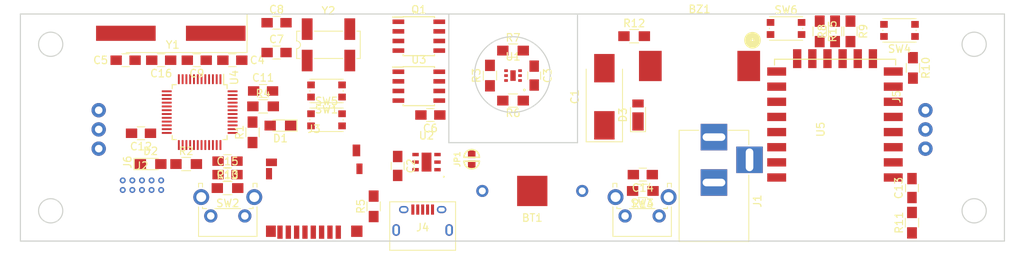
<source format=kicad_pcb>
(kicad_pcb (version 4) (host pcbnew 4.0.7-e2-6376~58~ubuntu14.04.1)

  (general
    (links 165)
    (no_connects 165)
    (area 82.924999 79.924999 213.075001 110.075001)
    (thickness 1.6)
    (drawings 12)
    (tracks 0)
    (zones 0)
    (modules 57)
    (nets 72)
  )

  (page A4)
  (layers
    (0 F.Cu signal)
    (31 B.Cu signal)
    (32 B.Adhes user)
    (33 F.Adhes user)
    (34 B.Paste user)
    (35 F.Paste user)
    (36 B.SilkS user)
    (37 F.SilkS user)
    (38 B.Mask user)
    (39 F.Mask user)
    (40 Dwgs.User user)
    (41 Cmts.User user)
    (42 Eco1.User user)
    (43 Eco2.User user)
    (44 Edge.Cuts user)
    (45 Margin user)
    (46 B.CrtYd user)
    (47 F.CrtYd user)
    (48 B.Fab user)
    (49 F.Fab user)
  )

  (setup
    (last_trace_width 0.25)
    (trace_clearance 0.2)
    (zone_clearance 0.508)
    (zone_45_only no)
    (trace_min 0.2)
    (segment_width 0.2)
    (edge_width 0.15)
    (via_size 0.6)
    (via_drill 0.4)
    (via_min_size 0.4)
    (via_min_drill 0.3)
    (uvia_size 0.3)
    (uvia_drill 0.1)
    (uvias_allowed no)
    (uvia_min_size 0.2)
    (uvia_min_drill 0.1)
    (pcb_text_width 0.3)
    (pcb_text_size 1.5 1.5)
    (mod_edge_width 0.15)
    (mod_text_size 1 1)
    (mod_text_width 0.15)
    (pad_size 1.524 1.524)
    (pad_drill 0.762)
    (pad_to_mask_clearance 0.2)
    (aux_axis_origin 0 0)
    (visible_elements FFFFFF7F)
    (pcbplotparams
      (layerselection 0x00030_80000001)
      (usegerberextensions false)
      (excludeedgelayer true)
      (linewidth 0.100000)
      (plotframeref false)
      (viasonmask false)
      (mode 1)
      (useauxorigin false)
      (hpglpennumber 1)
      (hpglpenspeed 20)
      (hpglpendiameter 15)
      (hpglpenoverlay 2)
      (psnegative false)
      (psa4output false)
      (plotreference true)
      (plotvalue true)
      (plotinvisibletext false)
      (padsonsilk false)
      (subtractmaskfromsilk false)
      (outputformat 1)
      (mirror false)
      (drillshape 1)
      (scaleselection 1)
      (outputdirectory ""))
  )

  (net 0 "")
  (net 1 GND)
  (net 2 "Net-(BT1-Pad1)")
  (net 3 +3V3)
  (net 4 +5V)
  (net 5 "Net-(C4-Pad2)")
  (net 6 "Net-(C5-Pad2)")
  (net 7 "Net-(C7-Pad2)")
  (net 8 "Net-(C8-Pad2)")
  (net 9 /ST_NRST)
  (net 10 /ESP_RST)
  (net 11 /USER_BTN2)
  (net 12 /USER_BTN1)
  (net 13 "Net-(D1-Pad2)")
  (net 14 "Net-(D2-Pad2)")
  (net 15 "Net-(J1-Pad3)")
  (net 16 /BOOT0)
  (net 17 /UART_DBG_RX)
  (net 18 /UART_DBG_TX)
  (net 19 /SWCLK)
  (net 20 /SWDIO)
  (net 21 /SWO)
  (net 22 "Net-(J3-Pad8)")
  (net 23 /SPI_MISO)
  (net 24 "Net-(J3-Pad6)")
  (net 25 /SPI_SCK)
  (net 26 /SPI_MOSI)
  (net 27 /SD_CS)
  (net 28 "Net-(J3-Pad1)")
  (net 29 /USB_DM)
  (net 30 /USB_DP)
  (net 31 "Net-(J4-Pad4)")
  (net 32 /LEDStripe1)
  (net 33 /LEDStripe2)
  (net 34 /BUZZ_EN)
  (net 35 /SD_EN)
  (net 36 /USER_LED1)
  (net 37 /USER_LED2)
  (net 38 /I2C_SCL)
  (net 39 /I2C_SDA)
  (net 40 /I2C_INT)
  (net 41 /UART_OTA_RX)
  (net 42 "Net-(R9-Pad2)")
  (net 43 "Net-(R10-Pad2)")
  (net 44 "Net-(R13-Pad1)")
  (net 45 "Net-(R14-Pad1)")
  (net 46 /ESP_GPIO0)
  (net 47 "Net-(U2-Pad3)")
  (net 48 "Net-(U2-Pad4)")
  (net 49 "Net-(U3-Pad7)")
  (net 50 "Net-(U3-Pad8)")
  (net 51 /UART_WLAN_TX)
  (net 52 /UART_WLAN_RX)
  (net 53 /SD_DET)
  (net 54 "Net-(U4-Pad27)")
  (net 55 "Net-(U4-Pad28)")
  (net 56 "Net-(U4-Pad29)")
  (net 57 /UART_OTA_TX)
  (net 58 "Net-(U4-Pad38)")
  (net 59 "Net-(U5-Pad2)")
  (net 60 "Net-(U5-Pad4)")
  (net 61 "Net-(U5-Pad6)")
  (net 62 "Net-(U5-Pad14)")
  (net 63 "Net-(U5-Pad17)")
  (net 64 "Net-(U5-Pad18)")
  (net 65 "Net-(U5-Pad19)")
  (net 66 "Net-(U5-Pad20)")
  (net 67 "Net-(U5-Pad21)")
  (net 68 "Net-(U5-Pad22)")
  (net 69 "Net-(BZ1-Pad1)")
  (net 70 "Net-(Y2-Pad2)")
  (net 71 "Net-(Y2-Pad3)")

  (net_class Default "This is the default net class."
    (clearance 0.2)
    (trace_width 0.25)
    (via_dia 0.6)
    (via_drill 0.4)
    (uvia_dia 0.3)
    (uvia_drill 0.1)
    (add_net +3V3)
    (add_net +5V)
    (add_net /BOOT0)
    (add_net /BUZZ_EN)
    (add_net /ESP_GPIO0)
    (add_net /ESP_RST)
    (add_net /I2C_INT)
    (add_net /I2C_SCL)
    (add_net /I2C_SDA)
    (add_net /LEDStripe1)
    (add_net /LEDStripe2)
    (add_net /SD_CS)
    (add_net /SD_DET)
    (add_net /SD_EN)
    (add_net /SPI_MISO)
    (add_net /SPI_MOSI)
    (add_net /SPI_SCK)
    (add_net /ST_NRST)
    (add_net /SWCLK)
    (add_net /SWDIO)
    (add_net /SWO)
    (add_net /UART_DBG_RX)
    (add_net /UART_DBG_TX)
    (add_net /UART_OTA_RX)
    (add_net /UART_OTA_TX)
    (add_net /UART_WLAN_RX)
    (add_net /UART_WLAN_TX)
    (add_net /USB_DM)
    (add_net /USB_DP)
    (add_net /USER_BTN1)
    (add_net /USER_BTN2)
    (add_net /USER_LED1)
    (add_net /USER_LED2)
    (add_net GND)
    (add_net "Net-(BT1-Pad1)")
    (add_net "Net-(BZ1-Pad1)")
    (add_net "Net-(C4-Pad2)")
    (add_net "Net-(C5-Pad2)")
    (add_net "Net-(C7-Pad2)")
    (add_net "Net-(C8-Pad2)")
    (add_net "Net-(D1-Pad2)")
    (add_net "Net-(D2-Pad2)")
    (add_net "Net-(J1-Pad3)")
    (add_net "Net-(J3-Pad1)")
    (add_net "Net-(J3-Pad6)")
    (add_net "Net-(J3-Pad8)")
    (add_net "Net-(J4-Pad4)")
    (add_net "Net-(R10-Pad2)")
    (add_net "Net-(R13-Pad1)")
    (add_net "Net-(R14-Pad1)")
    (add_net "Net-(R9-Pad2)")
    (add_net "Net-(U2-Pad3)")
    (add_net "Net-(U2-Pad4)")
    (add_net "Net-(U3-Pad7)")
    (add_net "Net-(U3-Pad8)")
    (add_net "Net-(U4-Pad27)")
    (add_net "Net-(U4-Pad28)")
    (add_net "Net-(U4-Pad29)")
    (add_net "Net-(U4-Pad38)")
    (add_net "Net-(U5-Pad14)")
    (add_net "Net-(U5-Pad17)")
    (add_net "Net-(U5-Pad18)")
    (add_net "Net-(U5-Pad19)")
    (add_net "Net-(U5-Pad2)")
    (add_net "Net-(U5-Pad20)")
    (add_net "Net-(U5-Pad21)")
    (add_net "Net-(U5-Pad22)")
    (add_net "Net-(U5-Pad4)")
    (add_net "Net-(U5-Pad6)")
    (add_net "Net-(Y2-Pad2)")
    (add_net "Net-(Y2-Pad3)")
  )

  (module Crystals:Crystal_SMD_HC49-SD_HandSoldering (layer F.Cu) (tedit 59EB8185) (tstamp 59EB7E0C)
    (at 102.87 82.55 180)
    (descr "SMD Crystal HC-49-SD http://cdn-reichelt.de/documents/datenblatt/B400/xxx-HC49-SMD.pdf, hand-soldering, 11.4x4.7mm^2 package")
    (tags "SMD SMT crystal hand-soldering")
    (path /59832726)
    (attr smd)
    (fp_text reference Y1 (at -0.254 -1.524 180) (layer F.SilkS)
      (effects (font (size 1 1) (thickness 0.15)))
    )
    (fp_text value 8MHz (at 0 3.55 180) (layer F.Fab)
      (effects (font (size 1 1) (thickness 0.15)))
    )
    (fp_text user %R (at 0 0 180) (layer F.Fab)
      (effects (font (size 1 1) (thickness 0.15)))
    )
    (fp_line (start -5.7 -2.35) (end -5.7 2.35) (layer F.Fab) (width 0.1))
    (fp_line (start -5.7 2.35) (end 5.7 2.35) (layer F.Fab) (width 0.1))
    (fp_line (start 5.7 2.35) (end 5.7 -2.35) (layer F.Fab) (width 0.1))
    (fp_line (start 5.7 -2.35) (end -5.7 -2.35) (layer F.Fab) (width 0.1))
    (fp_line (start -3.015 -2.115) (end 3.015 -2.115) (layer F.Fab) (width 0.1))
    (fp_line (start -3.015 2.115) (end 3.015 2.115) (layer F.Fab) (width 0.1))
    (fp_line (start 5.9 -2.55) (end -10.075 -2.55) (layer F.SilkS) (width 0.12))
    (fp_line (start -10.075 -2.55) (end -10.075 2.55) (layer F.SilkS) (width 0.12))
    (fp_line (start -10.075 2.55) (end 5.9 2.55) (layer F.SilkS) (width 0.12))
    (fp_line (start -10.2 -2.6) (end -10.2 2.6) (layer F.CrtYd) (width 0.05))
    (fp_line (start -10.2 2.6) (end 10.2 2.6) (layer F.CrtYd) (width 0.05))
    (fp_line (start 10.2 2.6) (end 10.2 -2.6) (layer F.CrtYd) (width 0.05))
    (fp_line (start 10.2 -2.6) (end -10.2 -2.6) (layer F.CrtYd) (width 0.05))
    (fp_arc (start -3.015 0) (end -3.015 -2.115) (angle -180) (layer F.Fab) (width 0.1))
    (fp_arc (start 3.015 0) (end 3.015 -2.115) (angle 180) (layer F.Fab) (width 0.1))
    (pad 1 smd rect (at -5.9375 0 180) (size 7.875 2) (layers F.Cu F.Paste F.Mask)
      (net 5 "Net-(C4-Pad2)"))
    (pad 2 smd rect (at 5.9375 0 180) (size 7.875 2) (layers F.Cu F.Paste F.Mask)
      (net 6 "Net-(C5-Pad2)"))
    (model ${KISYS3DMOD}/Crystals.3dshapes/Crystal_SMD_HC49-SD_HandSoldering.wrl
      (at (xyz 0 0 0))
      (scale (xyz 1 1 1))
      (rotate (xyz 0 0 0))
    )
  )

  (module wordclockFB:PKLCS1212E (layer F.Cu) (tedit 59AAFA0D) (tstamp 59EB7C44)
    (at 172.72 86.868)
    (path /5983AD21)
    (fp_text reference BZ1 (at 0 -7.5) (layer F.SilkS)
      (effects (font (size 1 1) (thickness 0.15)))
    )
    (fp_text value Buzzer (at 0 -4) (layer F.Fab)
      (effects (font (size 1 1) (thickness 0.15)))
    )
    (fp_circle (center 7 -3.4) (end 7 -3.5) (layer F.SilkS) (width 1))
    (fp_line (start -1 5.5) (end 1 5.5) (layer F.Fab) (width 0.15))
    (fp_line (start 1 5.5) (end 1 6) (layer F.Fab) (width 0.15))
    (fp_line (start -1 5.5) (end -1 6) (layer F.Fab) (width 0.15))
    (fp_line (start -1 6) (end -1 5.5) (layer F.Fab) (width 0.15))
    (fp_line (start 3 -1) (end 3 1) (layer F.Fab) (width 0.15))
    (fp_line (start 3 1) (end 4 0) (layer F.Fab) (width 0.15))
    (fp_line (start 4 0) (end 3 -1) (layer F.Fab) (width 0.15))
    (fp_line (start 6 6) (end 6 -6) (layer F.Fab) (width 0.15))
    (fp_line (start 6 -6) (end -6 -6) (layer F.Fab) (width 0.15))
    (fp_line (start -6 -6) (end -6 6) (layer F.Fab) (width 0.15))
    (fp_line (start -6 6) (end 6 6) (layer F.Fab) (width 0.15))
    (pad 1 smd rect (at -6.5 0) (size 3 4) (layers F.Cu F.Paste F.Mask)
      (net 69 "Net-(BZ1-Pad1)"))
    (pad 2 smd rect (at 6.5 0) (size 3 4) (layers F.Cu F.Paste F.Mask)
      (net 3 +3V3))
  )

  (module Capacitors_Tantalum_SMD:CP_Tantalum_Case-D_EIA-7343-31_Hand (layer F.Cu) (tedit 58CC8C08) (tstamp 59EB7C4A)
    (at 160.147 90.932 90)
    (descr "Tantalum capacitor, Case D, EIA 7343-31, 7.3x4.3x2.8mm, Hand soldering footprint")
    (tags "capacitor tantalum smd")
    (path /5983078F)
    (attr smd)
    (fp_text reference C1 (at 0 -3.9 90) (layer F.SilkS)
      (effects (font (size 1 1) (thickness 0.15)))
    )
    (fp_text value 100u (at 0 3.9 90) (layer F.Fab)
      (effects (font (size 1 1) (thickness 0.15)))
    )
    (fp_text user %R (at 0 0 90) (layer F.Fab)
      (effects (font (size 1 1) (thickness 0.15)))
    )
    (fp_line (start -6.05 -2.5) (end -6.05 2.5) (layer F.CrtYd) (width 0.05))
    (fp_line (start -6.05 2.5) (end 6.05 2.5) (layer F.CrtYd) (width 0.05))
    (fp_line (start 6.05 2.5) (end 6.05 -2.5) (layer F.CrtYd) (width 0.05))
    (fp_line (start 6.05 -2.5) (end -6.05 -2.5) (layer F.CrtYd) (width 0.05))
    (fp_line (start -3.65 -2.15) (end -3.65 2.15) (layer F.Fab) (width 0.1))
    (fp_line (start -3.65 2.15) (end 3.65 2.15) (layer F.Fab) (width 0.1))
    (fp_line (start 3.65 2.15) (end 3.65 -2.15) (layer F.Fab) (width 0.1))
    (fp_line (start 3.65 -2.15) (end -3.65 -2.15) (layer F.Fab) (width 0.1))
    (fp_line (start -2.92 -2.15) (end -2.92 2.15) (layer F.Fab) (width 0.1))
    (fp_line (start -2.555 -2.15) (end -2.555 2.15) (layer F.Fab) (width 0.1))
    (fp_line (start -5.95 -2.4) (end 3.65 -2.4) (layer F.SilkS) (width 0.12))
    (fp_line (start -5.95 2.4) (end 3.65 2.4) (layer F.SilkS) (width 0.12))
    (fp_line (start -5.95 -2.4) (end -5.95 2.4) (layer F.SilkS) (width 0.12))
    (pad 1 smd rect (at -3.775 0 90) (size 3.75 2.7) (layers F.Cu F.Paste F.Mask)
      (net 4 +5V))
    (pad 2 smd rect (at 3.775 0 90) (size 3.75 2.7) (layers F.Cu F.Paste F.Mask)
      (net 1 GND))
    (model Capacitors_Tantalum_SMD.3dshapes/CP_Tantalum_Case-D_EIA-7343-31.wrl
      (at (xyz 0 0 0))
      (scale (xyz 1 1 1))
      (rotate (xyz 0 0 0))
    )
  )

  (module Capacitors_SMD:C_0805_HandSoldering (layer F.Cu) (tedit 58AA84A8) (tstamp 59EB7C50)
    (at 132.842 100.076 270)
    (descr "Capacitor SMD 0805, hand soldering")
    (tags "capacitor 0805")
    (path /5986A799)
    (attr smd)
    (fp_text reference C2 (at 0 -1.75 270) (layer F.SilkS)
      (effects (font (size 1 1) (thickness 0.15)))
    )
    (fp_text value 1u (at 0 1.75 270) (layer F.Fab)
      (effects (font (size 1 1) (thickness 0.15)))
    )
    (fp_text user %R (at 0 -1.75 270) (layer F.Fab)
      (effects (font (size 1 1) (thickness 0.15)))
    )
    (fp_line (start -1 0.62) (end -1 -0.62) (layer F.Fab) (width 0.1))
    (fp_line (start 1 0.62) (end -1 0.62) (layer F.Fab) (width 0.1))
    (fp_line (start 1 -0.62) (end 1 0.62) (layer F.Fab) (width 0.1))
    (fp_line (start -1 -0.62) (end 1 -0.62) (layer F.Fab) (width 0.1))
    (fp_line (start 0.5 -0.85) (end -0.5 -0.85) (layer F.SilkS) (width 0.12))
    (fp_line (start -0.5 0.85) (end 0.5 0.85) (layer F.SilkS) (width 0.12))
    (fp_line (start -2.25 -0.88) (end 2.25 -0.88) (layer F.CrtYd) (width 0.05))
    (fp_line (start -2.25 -0.88) (end -2.25 0.87) (layer F.CrtYd) (width 0.05))
    (fp_line (start 2.25 0.87) (end 2.25 -0.88) (layer F.CrtYd) (width 0.05))
    (fp_line (start 2.25 0.87) (end -2.25 0.87) (layer F.CrtYd) (width 0.05))
    (pad 1 smd rect (at -1.25 0 270) (size 1.5 1.25) (layers F.Cu F.Paste F.Mask)
      (net 3 +3V3))
    (pad 2 smd rect (at 1.25 0 270) (size 1.5 1.25) (layers F.Cu F.Paste F.Mask)
      (net 1 GND))
    (model Capacitors_SMD.3dshapes/C_0805.wrl
      (at (xyz 0 0 0))
      (scale (xyz 1 1 1))
      (rotate (xyz 0 0 0))
    )
  )

  (module Capacitors_SMD:C_0805_HandSoldering (layer F.Cu) (tedit 59F49BB6) (tstamp 59EB7C56)
    (at 150.876 88.138 90)
    (descr "Capacitor SMD 0805, hand soldering")
    (tags "capacitor 0805")
    (path /5986AF62)
    (attr smd)
    (fp_text reference C3 (at 0 1.778 90) (layer F.SilkS)
      (effects (font (size 1 1) (thickness 0.15)))
    )
    (fp_text value 100n (at 0 3.048 90) (layer F.Fab)
      (effects (font (size 1 1) (thickness 0.15)))
    )
    (fp_text user %R (at 0 1.778 90) (layer F.Fab)
      (effects (font (size 1 1) (thickness 0.15)))
    )
    (fp_line (start -1 0.62) (end -1 -0.62) (layer F.Fab) (width 0.1))
    (fp_line (start 1 0.62) (end -1 0.62) (layer F.Fab) (width 0.1))
    (fp_line (start 1 -0.62) (end 1 0.62) (layer F.Fab) (width 0.1))
    (fp_line (start -1 -0.62) (end 1 -0.62) (layer F.Fab) (width 0.1))
    (fp_line (start 0.5 -0.85) (end -0.5 -0.85) (layer F.SilkS) (width 0.12))
    (fp_line (start -0.5 0.85) (end 0.5 0.85) (layer F.SilkS) (width 0.12))
    (fp_line (start -2.25 -0.88) (end 2.25 -0.88) (layer F.CrtYd) (width 0.05))
    (fp_line (start -2.25 -0.88) (end -2.25 0.87) (layer F.CrtYd) (width 0.05))
    (fp_line (start 2.25 0.87) (end 2.25 -0.88) (layer F.CrtYd) (width 0.05))
    (fp_line (start 2.25 0.87) (end -2.25 0.87) (layer F.CrtYd) (width 0.05))
    (pad 1 smd rect (at -1.25 0 90) (size 1.5 1.25) (layers F.Cu F.Paste F.Mask)
      (net 3 +3V3))
    (pad 2 smd rect (at 1.25 0 90) (size 1.5 1.25) (layers F.Cu F.Paste F.Mask)
      (net 1 GND))
    (model Capacitors_SMD.3dshapes/C_0805.wrl
      (at (xyz 0 0 0))
      (scale (xyz 1 1 1))
      (rotate (xyz 0 0 0))
    )
  )

  (module Capacitors_SMD:C_0805_HandSoldering (layer F.Cu) (tedit 59EB816C) (tstamp 59EB7C5C)
    (at 110.998 86.106 180)
    (descr "Capacitor SMD 0805, hand soldering")
    (tags "capacitor 0805")
    (path /5983335E)
    (attr smd)
    (fp_text reference C4 (at -3.302 0 180) (layer F.SilkS)
      (effects (font (size 1 1) (thickness 0.15)))
    )
    (fp_text value 33p (at 0 1.75 180) (layer F.Fab)
      (effects (font (size 1 1) (thickness 0.15)))
    )
    (fp_text user %R (at 0 -1.75 180) (layer F.Fab)
      (effects (font (size 1 1) (thickness 0.15)))
    )
    (fp_line (start -1 0.62) (end -1 -0.62) (layer F.Fab) (width 0.1))
    (fp_line (start 1 0.62) (end -1 0.62) (layer F.Fab) (width 0.1))
    (fp_line (start 1 -0.62) (end 1 0.62) (layer F.Fab) (width 0.1))
    (fp_line (start -1 -0.62) (end 1 -0.62) (layer F.Fab) (width 0.1))
    (fp_line (start 0.5 -0.85) (end -0.5 -0.85) (layer F.SilkS) (width 0.12))
    (fp_line (start -0.5 0.85) (end 0.5 0.85) (layer F.SilkS) (width 0.12))
    (fp_line (start -2.25 -0.88) (end 2.25 -0.88) (layer F.CrtYd) (width 0.05))
    (fp_line (start -2.25 -0.88) (end -2.25 0.87) (layer F.CrtYd) (width 0.05))
    (fp_line (start 2.25 0.87) (end 2.25 -0.88) (layer F.CrtYd) (width 0.05))
    (fp_line (start 2.25 0.87) (end -2.25 0.87) (layer F.CrtYd) (width 0.05))
    (pad 1 smd rect (at -1.25 0 180) (size 1.5 1.25) (layers F.Cu F.Paste F.Mask)
      (net 1 GND))
    (pad 2 smd rect (at 1.25 0 180) (size 1.5 1.25) (layers F.Cu F.Paste F.Mask)
      (net 5 "Net-(C4-Pad2)"))
    (model Capacitors_SMD.3dshapes/C_0805.wrl
      (at (xyz 0 0 0))
      (scale (xyz 1 1 1))
      (rotate (xyz 0 0 0))
    )
  )

  (module Capacitors_SMD:C_0805_HandSoldering (layer F.Cu) (tedit 59EB815F) (tstamp 59EB7C62)
    (at 96.901 86.106)
    (descr "Capacitor SMD 0805, hand soldering")
    (tags "capacitor 0805")
    (path /598333C7)
    (attr smd)
    (fp_text reference C5 (at -3.302 0) (layer F.SilkS)
      (effects (font (size 1 1) (thickness 0.15)))
    )
    (fp_text value 33p (at 0 1.75) (layer F.Fab)
      (effects (font (size 1 1) (thickness 0.15)))
    )
    (fp_text user %R (at 0 -1.75) (layer F.Fab)
      (effects (font (size 1 1) (thickness 0.15)))
    )
    (fp_line (start -1 0.62) (end -1 -0.62) (layer F.Fab) (width 0.1))
    (fp_line (start 1 0.62) (end -1 0.62) (layer F.Fab) (width 0.1))
    (fp_line (start 1 -0.62) (end 1 0.62) (layer F.Fab) (width 0.1))
    (fp_line (start -1 -0.62) (end 1 -0.62) (layer F.Fab) (width 0.1))
    (fp_line (start 0.5 -0.85) (end -0.5 -0.85) (layer F.SilkS) (width 0.12))
    (fp_line (start -0.5 0.85) (end 0.5 0.85) (layer F.SilkS) (width 0.12))
    (fp_line (start -2.25 -0.88) (end 2.25 -0.88) (layer F.CrtYd) (width 0.05))
    (fp_line (start -2.25 -0.88) (end -2.25 0.87) (layer F.CrtYd) (width 0.05))
    (fp_line (start 2.25 0.87) (end 2.25 -0.88) (layer F.CrtYd) (width 0.05))
    (fp_line (start 2.25 0.87) (end -2.25 0.87) (layer F.CrtYd) (width 0.05))
    (pad 1 smd rect (at -1.25 0) (size 1.5 1.25) (layers F.Cu F.Paste F.Mask)
      (net 1 GND))
    (pad 2 smd rect (at 1.25 0) (size 1.5 1.25) (layers F.Cu F.Paste F.Mask)
      (net 6 "Net-(C5-Pad2)"))
    (model Capacitors_SMD.3dshapes/C_0805.wrl
      (at (xyz 0 0 0))
      (scale (xyz 1 1 1))
      (rotate (xyz 0 0 0))
    )
  )

  (module Capacitors_SMD:C_0805_HandSoldering (layer F.Cu) (tedit 58AA84A8) (tstamp 59EB7C68)
    (at 137.16 93.345 180)
    (descr "Capacitor SMD 0805, hand soldering")
    (tags "capacitor 0805")
    (path /5983087C)
    (attr smd)
    (fp_text reference C6 (at 0 -1.75 180) (layer F.SilkS)
      (effects (font (size 1 1) (thickness 0.15)))
    )
    (fp_text value 10u (at 0 1.75 180) (layer F.Fab)
      (effects (font (size 1 1) (thickness 0.15)))
    )
    (fp_text user %R (at 0 -1.75 180) (layer F.Fab)
      (effects (font (size 1 1) (thickness 0.15)))
    )
    (fp_line (start -1 0.62) (end -1 -0.62) (layer F.Fab) (width 0.1))
    (fp_line (start 1 0.62) (end -1 0.62) (layer F.Fab) (width 0.1))
    (fp_line (start 1 -0.62) (end 1 0.62) (layer F.Fab) (width 0.1))
    (fp_line (start -1 -0.62) (end 1 -0.62) (layer F.Fab) (width 0.1))
    (fp_line (start 0.5 -0.85) (end -0.5 -0.85) (layer F.SilkS) (width 0.12))
    (fp_line (start -0.5 0.85) (end 0.5 0.85) (layer F.SilkS) (width 0.12))
    (fp_line (start -2.25 -0.88) (end 2.25 -0.88) (layer F.CrtYd) (width 0.05))
    (fp_line (start -2.25 -0.88) (end -2.25 0.87) (layer F.CrtYd) (width 0.05))
    (fp_line (start 2.25 0.87) (end 2.25 -0.88) (layer F.CrtYd) (width 0.05))
    (fp_line (start 2.25 0.87) (end -2.25 0.87) (layer F.CrtYd) (width 0.05))
    (pad 1 smd rect (at -1.25 0 180) (size 1.5 1.25) (layers F.Cu F.Paste F.Mask)
      (net 3 +3V3))
    (pad 2 smd rect (at 1.25 0 180) (size 1.5 1.25) (layers F.Cu F.Paste F.Mask)
      (net 1 GND))
    (model Capacitors_SMD.3dshapes/C_0805.wrl
      (at (xyz 0 0 0))
      (scale (xyz 1 1 1))
      (rotate (xyz 0 0 0))
    )
  )

  (module Capacitors_SMD:C_0805_HandSoldering (layer F.Cu) (tedit 58AA84A8) (tstamp 59EB7C6E)
    (at 116.84 85.09)
    (descr "Capacitor SMD 0805, hand soldering")
    (tags "capacitor 0805")
    (path /59832792)
    (attr smd)
    (fp_text reference C7 (at 0 -1.75) (layer F.SilkS)
      (effects (font (size 1 1) (thickness 0.15)))
    )
    (fp_text value 22p (at 0 1.75) (layer F.Fab)
      (effects (font (size 1 1) (thickness 0.15)))
    )
    (fp_text user %R (at 0 -1.75) (layer F.Fab)
      (effects (font (size 1 1) (thickness 0.15)))
    )
    (fp_line (start -1 0.62) (end -1 -0.62) (layer F.Fab) (width 0.1))
    (fp_line (start 1 0.62) (end -1 0.62) (layer F.Fab) (width 0.1))
    (fp_line (start 1 -0.62) (end 1 0.62) (layer F.Fab) (width 0.1))
    (fp_line (start -1 -0.62) (end 1 -0.62) (layer F.Fab) (width 0.1))
    (fp_line (start 0.5 -0.85) (end -0.5 -0.85) (layer F.SilkS) (width 0.12))
    (fp_line (start -0.5 0.85) (end 0.5 0.85) (layer F.SilkS) (width 0.12))
    (fp_line (start -2.25 -0.88) (end 2.25 -0.88) (layer F.CrtYd) (width 0.05))
    (fp_line (start -2.25 -0.88) (end -2.25 0.87) (layer F.CrtYd) (width 0.05))
    (fp_line (start 2.25 0.87) (end 2.25 -0.88) (layer F.CrtYd) (width 0.05))
    (fp_line (start 2.25 0.87) (end -2.25 0.87) (layer F.CrtYd) (width 0.05))
    (pad 1 smd rect (at -1.25 0) (size 1.5 1.25) (layers F.Cu F.Paste F.Mask)
      (net 1 GND))
    (pad 2 smd rect (at 1.25 0) (size 1.5 1.25) (layers F.Cu F.Paste F.Mask)
      (net 7 "Net-(C7-Pad2)"))
    (model Capacitors_SMD.3dshapes/C_0805.wrl
      (at (xyz 0 0 0))
      (scale (xyz 1 1 1))
      (rotate (xyz 0 0 0))
    )
  )

  (module Capacitors_SMD:C_0805_HandSoldering (layer F.Cu) (tedit 58AA84A8) (tstamp 59EB7C74)
    (at 116.84 81.153)
    (descr "Capacitor SMD 0805, hand soldering")
    (tags "capacitor 0805")
    (path /59832872)
    (attr smd)
    (fp_text reference C8 (at 0 -1.75) (layer F.SilkS)
      (effects (font (size 1 1) (thickness 0.15)))
    )
    (fp_text value 22p (at 0 1.75) (layer F.Fab)
      (effects (font (size 1 1) (thickness 0.15)))
    )
    (fp_text user %R (at 0 -1.75) (layer F.Fab)
      (effects (font (size 1 1) (thickness 0.15)))
    )
    (fp_line (start -1 0.62) (end -1 -0.62) (layer F.Fab) (width 0.1))
    (fp_line (start 1 0.62) (end -1 0.62) (layer F.Fab) (width 0.1))
    (fp_line (start 1 -0.62) (end 1 0.62) (layer F.Fab) (width 0.1))
    (fp_line (start -1 -0.62) (end 1 -0.62) (layer F.Fab) (width 0.1))
    (fp_line (start 0.5 -0.85) (end -0.5 -0.85) (layer F.SilkS) (width 0.12))
    (fp_line (start -0.5 0.85) (end 0.5 0.85) (layer F.SilkS) (width 0.12))
    (fp_line (start -2.25 -0.88) (end 2.25 -0.88) (layer F.CrtYd) (width 0.05))
    (fp_line (start -2.25 -0.88) (end -2.25 0.87) (layer F.CrtYd) (width 0.05))
    (fp_line (start 2.25 0.87) (end 2.25 -0.88) (layer F.CrtYd) (width 0.05))
    (fp_line (start 2.25 0.87) (end -2.25 0.87) (layer F.CrtYd) (width 0.05))
    (pad 1 smd rect (at -1.25 0) (size 1.5 1.25) (layers F.Cu F.Paste F.Mask)
      (net 1 GND))
    (pad 2 smd rect (at 1.25 0) (size 1.5 1.25) (layers F.Cu F.Paste F.Mask)
      (net 8 "Net-(C8-Pad2)"))
    (model Capacitors_SMD.3dshapes/C_0805.wrl
      (at (xyz 0 0 0))
      (scale (xyz 1 1 1))
      (rotate (xyz 0 0 0))
    )
  )

  (module Capacitors_SMD:C_0805_HandSoldering (layer F.Cu) (tedit 58AA84A8) (tstamp 59EB7C7A)
    (at 106.299 86.106 180)
    (descr "Capacitor SMD 0805, hand soldering")
    (tags "capacitor 0805")
    (path /5986D3B2)
    (attr smd)
    (fp_text reference C9 (at 0 -1.75 180) (layer F.SilkS)
      (effects (font (size 1 1) (thickness 0.15)))
    )
    (fp_text value 100n (at 0 1.75 180) (layer F.Fab)
      (effects (font (size 1 1) (thickness 0.15)))
    )
    (fp_text user %R (at 0 -1.75 180) (layer F.Fab)
      (effects (font (size 1 1) (thickness 0.15)))
    )
    (fp_line (start -1 0.62) (end -1 -0.62) (layer F.Fab) (width 0.1))
    (fp_line (start 1 0.62) (end -1 0.62) (layer F.Fab) (width 0.1))
    (fp_line (start 1 -0.62) (end 1 0.62) (layer F.Fab) (width 0.1))
    (fp_line (start -1 -0.62) (end 1 -0.62) (layer F.Fab) (width 0.1))
    (fp_line (start 0.5 -0.85) (end -0.5 -0.85) (layer F.SilkS) (width 0.12))
    (fp_line (start -0.5 0.85) (end 0.5 0.85) (layer F.SilkS) (width 0.12))
    (fp_line (start -2.25 -0.88) (end 2.25 -0.88) (layer F.CrtYd) (width 0.05))
    (fp_line (start -2.25 -0.88) (end -2.25 0.87) (layer F.CrtYd) (width 0.05))
    (fp_line (start 2.25 0.87) (end 2.25 -0.88) (layer F.CrtYd) (width 0.05))
    (fp_line (start 2.25 0.87) (end -2.25 0.87) (layer F.CrtYd) (width 0.05))
    (pad 1 smd rect (at -1.25 0 180) (size 1.5 1.25) (layers F.Cu F.Paste F.Mask)
      (net 9 /ST_NRST))
    (pad 2 smd rect (at 1.25 0 180) (size 1.5 1.25) (layers F.Cu F.Paste F.Mask)
      (net 1 GND))
    (model Capacitors_SMD.3dshapes/C_0805.wrl
      (at (xyz 0 0 0))
      (scale (xyz 1 1 1))
      (rotate (xyz 0 0 0))
    )
  )

  (module Capacitors_SMD:C_0805_HandSoldering (layer F.Cu) (tedit 58AA84A8) (tstamp 59EB7C80)
    (at 110.363 99.441 180)
    (descr "Capacitor SMD 0805, hand soldering")
    (tags "capacitor 0805")
    (path /59831C18)
    (attr smd)
    (fp_text reference C10 (at 0 -1.75 180) (layer F.SilkS)
      (effects (font (size 1 1) (thickness 0.15)))
    )
    (fp_text value 100n (at 0 1.75 180) (layer F.Fab)
      (effects (font (size 1 1) (thickness 0.15)))
    )
    (fp_text user %R (at 0 -1.75 180) (layer F.Fab)
      (effects (font (size 1 1) (thickness 0.15)))
    )
    (fp_line (start -1 0.62) (end -1 -0.62) (layer F.Fab) (width 0.1))
    (fp_line (start 1 0.62) (end -1 0.62) (layer F.Fab) (width 0.1))
    (fp_line (start 1 -0.62) (end 1 0.62) (layer F.Fab) (width 0.1))
    (fp_line (start -1 -0.62) (end 1 -0.62) (layer F.Fab) (width 0.1))
    (fp_line (start 0.5 -0.85) (end -0.5 -0.85) (layer F.SilkS) (width 0.12))
    (fp_line (start -0.5 0.85) (end 0.5 0.85) (layer F.SilkS) (width 0.12))
    (fp_line (start -2.25 -0.88) (end 2.25 -0.88) (layer F.CrtYd) (width 0.05))
    (fp_line (start -2.25 -0.88) (end -2.25 0.87) (layer F.CrtYd) (width 0.05))
    (fp_line (start 2.25 0.87) (end 2.25 -0.88) (layer F.CrtYd) (width 0.05))
    (fp_line (start 2.25 0.87) (end -2.25 0.87) (layer F.CrtYd) (width 0.05))
    (pad 1 smd rect (at -1.25 0 180) (size 1.5 1.25) (layers F.Cu F.Paste F.Mask)
      (net 3 +3V3))
    (pad 2 smd rect (at 1.25 0 180) (size 1.5 1.25) (layers F.Cu F.Paste F.Mask)
      (net 1 GND))
    (model Capacitors_SMD.3dshapes/C_0805.wrl
      (at (xyz 0 0 0))
      (scale (xyz 1 1 1))
      (rotate (xyz 0 0 0))
    )
  )

  (module Capacitors_SMD:C_0805_HandSoldering (layer F.Cu) (tedit 58AA84A8) (tstamp 59EB7C86)
    (at 115.062 90.17)
    (descr "Capacitor SMD 0805, hand soldering")
    (tags "capacitor 0805")
    (path /59831CBE)
    (attr smd)
    (fp_text reference C11 (at 0 -1.75) (layer F.SilkS)
      (effects (font (size 1 1) (thickness 0.15)))
    )
    (fp_text value 100n (at 0 1.75) (layer F.Fab)
      (effects (font (size 1 1) (thickness 0.15)))
    )
    (fp_text user %R (at 0 -1.75) (layer F.Fab)
      (effects (font (size 1 1) (thickness 0.15)))
    )
    (fp_line (start -1 0.62) (end -1 -0.62) (layer F.Fab) (width 0.1))
    (fp_line (start 1 0.62) (end -1 0.62) (layer F.Fab) (width 0.1))
    (fp_line (start 1 -0.62) (end 1 0.62) (layer F.Fab) (width 0.1))
    (fp_line (start -1 -0.62) (end 1 -0.62) (layer F.Fab) (width 0.1))
    (fp_line (start 0.5 -0.85) (end -0.5 -0.85) (layer F.SilkS) (width 0.12))
    (fp_line (start -0.5 0.85) (end 0.5 0.85) (layer F.SilkS) (width 0.12))
    (fp_line (start -2.25 -0.88) (end 2.25 -0.88) (layer F.CrtYd) (width 0.05))
    (fp_line (start -2.25 -0.88) (end -2.25 0.87) (layer F.CrtYd) (width 0.05))
    (fp_line (start 2.25 0.87) (end 2.25 -0.88) (layer F.CrtYd) (width 0.05))
    (fp_line (start 2.25 0.87) (end -2.25 0.87) (layer F.CrtYd) (width 0.05))
    (pad 1 smd rect (at -1.25 0) (size 1.5 1.25) (layers F.Cu F.Paste F.Mask)
      (net 3 +3V3))
    (pad 2 smd rect (at 1.25 0) (size 1.5 1.25) (layers F.Cu F.Paste F.Mask)
      (net 1 GND))
    (model Capacitors_SMD.3dshapes/C_0805.wrl
      (at (xyz 0 0 0))
      (scale (xyz 1 1 1))
      (rotate (xyz 0 0 0))
    )
  )

  (module Capacitors_SMD:C_0805_HandSoldering (layer F.Cu) (tedit 58AA84A8) (tstamp 59EB7C8C)
    (at 98.933 95.758 180)
    (descr "Capacitor SMD 0805, hand soldering")
    (tags "capacitor 0805")
    (path /59831CF9)
    (attr smd)
    (fp_text reference C12 (at 0 -1.75 180) (layer F.SilkS)
      (effects (font (size 1 1) (thickness 0.15)))
    )
    (fp_text value 100n (at 0 1.75 180) (layer F.Fab)
      (effects (font (size 1 1) (thickness 0.15)))
    )
    (fp_text user %R (at 0 -1.75 180) (layer F.Fab)
      (effects (font (size 1 1) (thickness 0.15)))
    )
    (fp_line (start -1 0.62) (end -1 -0.62) (layer F.Fab) (width 0.1))
    (fp_line (start 1 0.62) (end -1 0.62) (layer F.Fab) (width 0.1))
    (fp_line (start 1 -0.62) (end 1 0.62) (layer F.Fab) (width 0.1))
    (fp_line (start -1 -0.62) (end 1 -0.62) (layer F.Fab) (width 0.1))
    (fp_line (start 0.5 -0.85) (end -0.5 -0.85) (layer F.SilkS) (width 0.12))
    (fp_line (start -0.5 0.85) (end 0.5 0.85) (layer F.SilkS) (width 0.12))
    (fp_line (start -2.25 -0.88) (end 2.25 -0.88) (layer F.CrtYd) (width 0.05))
    (fp_line (start -2.25 -0.88) (end -2.25 0.87) (layer F.CrtYd) (width 0.05))
    (fp_line (start 2.25 0.87) (end 2.25 -0.88) (layer F.CrtYd) (width 0.05))
    (fp_line (start 2.25 0.87) (end -2.25 0.87) (layer F.CrtYd) (width 0.05))
    (pad 1 smd rect (at -1.25 0 180) (size 1.5 1.25) (layers F.Cu F.Paste F.Mask)
      (net 3 +3V3))
    (pad 2 smd rect (at 1.25 0 180) (size 1.5 1.25) (layers F.Cu F.Paste F.Mask)
      (net 1 GND))
    (model Capacitors_SMD.3dshapes/C_0805.wrl
      (at (xyz 0 0 0))
      (scale (xyz 1 1 1))
      (rotate (xyz 0 0 0))
    )
  )

  (module Capacitors_SMD:C_0805_HandSoldering (layer F.Cu) (tedit 58AA84A8) (tstamp 59EB7C92)
    (at 200.787 102.997 90)
    (descr "Capacitor SMD 0805, hand soldering")
    (tags "capacitor 0805")
    (path /59881EA8)
    (attr smd)
    (fp_text reference C13 (at 0 -1.75 90) (layer F.SilkS)
      (effects (font (size 1 1) (thickness 0.15)))
    )
    (fp_text value 100n (at 0 1.75 90) (layer F.Fab)
      (effects (font (size 1 1) (thickness 0.15)))
    )
    (fp_text user %R (at 0 -1.75 90) (layer F.Fab)
      (effects (font (size 1 1) (thickness 0.15)))
    )
    (fp_line (start -1 0.62) (end -1 -0.62) (layer F.Fab) (width 0.1))
    (fp_line (start 1 0.62) (end -1 0.62) (layer F.Fab) (width 0.1))
    (fp_line (start 1 -0.62) (end 1 0.62) (layer F.Fab) (width 0.1))
    (fp_line (start -1 -0.62) (end 1 -0.62) (layer F.Fab) (width 0.1))
    (fp_line (start 0.5 -0.85) (end -0.5 -0.85) (layer F.SilkS) (width 0.12))
    (fp_line (start -0.5 0.85) (end 0.5 0.85) (layer F.SilkS) (width 0.12))
    (fp_line (start -2.25 -0.88) (end 2.25 -0.88) (layer F.CrtYd) (width 0.05))
    (fp_line (start -2.25 -0.88) (end -2.25 0.87) (layer F.CrtYd) (width 0.05))
    (fp_line (start 2.25 0.87) (end 2.25 -0.88) (layer F.CrtYd) (width 0.05))
    (fp_line (start 2.25 0.87) (end -2.25 0.87) (layer F.CrtYd) (width 0.05))
    (pad 1 smd rect (at -1.25 0 90) (size 1.5 1.25) (layers F.Cu F.Paste F.Mask)
      (net 1 GND))
    (pad 2 smd rect (at 1.25 0 90) (size 1.5 1.25) (layers F.Cu F.Paste F.Mask)
      (net 10 /ESP_RST))
    (model Capacitors_SMD.3dshapes/C_0805.wrl
      (at (xyz 0 0 0))
      (scale (xyz 1 1 1))
      (rotate (xyz 0 0 0))
    )
  )

  (module Capacitors_SMD:C_0805_HandSoldering (layer F.Cu) (tedit 58AA84A8) (tstamp 59EB7C98)
    (at 165.227 101.219 180)
    (descr "Capacitor SMD 0805, hand soldering")
    (tags "capacitor 0805")
    (path /59EBB9C3)
    (attr smd)
    (fp_text reference C14 (at 0 -1.75 180) (layer F.SilkS)
      (effects (font (size 1 1) (thickness 0.15)))
    )
    (fp_text value 100n (at 0 1.75 180) (layer F.Fab)
      (effects (font (size 1 1) (thickness 0.15)))
    )
    (fp_text user %R (at 0 -1.75 180) (layer F.Fab)
      (effects (font (size 1 1) (thickness 0.15)))
    )
    (fp_line (start -1 0.62) (end -1 -0.62) (layer F.Fab) (width 0.1))
    (fp_line (start 1 0.62) (end -1 0.62) (layer F.Fab) (width 0.1))
    (fp_line (start 1 -0.62) (end 1 0.62) (layer F.Fab) (width 0.1))
    (fp_line (start -1 -0.62) (end 1 -0.62) (layer F.Fab) (width 0.1))
    (fp_line (start 0.5 -0.85) (end -0.5 -0.85) (layer F.SilkS) (width 0.12))
    (fp_line (start -0.5 0.85) (end 0.5 0.85) (layer F.SilkS) (width 0.12))
    (fp_line (start -2.25 -0.88) (end 2.25 -0.88) (layer F.CrtYd) (width 0.05))
    (fp_line (start -2.25 -0.88) (end -2.25 0.87) (layer F.CrtYd) (width 0.05))
    (fp_line (start 2.25 0.87) (end 2.25 -0.88) (layer F.CrtYd) (width 0.05))
    (fp_line (start 2.25 0.87) (end -2.25 0.87) (layer F.CrtYd) (width 0.05))
    (pad 1 smd rect (at -1.25 0 180) (size 1.5 1.25) (layers F.Cu F.Paste F.Mask)
      (net 1 GND))
    (pad 2 smd rect (at 1.25 0 180) (size 1.5 1.25) (layers F.Cu F.Paste F.Mask)
      (net 11 /USER_BTN2))
    (model Capacitors_SMD.3dshapes/C_0805.wrl
      (at (xyz 0 0 0))
      (scale (xyz 1 1 1))
      (rotate (xyz 0 0 0))
    )
  )

  (module Capacitors_SMD:C_0805_HandSoldering (layer F.Cu) (tedit 58AA84A8) (tstamp 59EB7C9E)
    (at 110.363 101.219)
    (descr "Capacitor SMD 0805, hand soldering")
    (tags "capacitor 0805")
    (path /59EBBB90)
    (attr smd)
    (fp_text reference C15 (at 0 -1.75) (layer F.SilkS)
      (effects (font (size 1 1) (thickness 0.15)))
    )
    (fp_text value 100n (at 0 1.75) (layer F.Fab)
      (effects (font (size 1 1) (thickness 0.15)))
    )
    (fp_text user %R (at 0 -1.75) (layer F.Fab)
      (effects (font (size 1 1) (thickness 0.15)))
    )
    (fp_line (start -1 0.62) (end -1 -0.62) (layer F.Fab) (width 0.1))
    (fp_line (start 1 0.62) (end -1 0.62) (layer F.Fab) (width 0.1))
    (fp_line (start 1 -0.62) (end 1 0.62) (layer F.Fab) (width 0.1))
    (fp_line (start -1 -0.62) (end 1 -0.62) (layer F.Fab) (width 0.1))
    (fp_line (start 0.5 -0.85) (end -0.5 -0.85) (layer F.SilkS) (width 0.12))
    (fp_line (start -0.5 0.85) (end 0.5 0.85) (layer F.SilkS) (width 0.12))
    (fp_line (start -2.25 -0.88) (end 2.25 -0.88) (layer F.CrtYd) (width 0.05))
    (fp_line (start -2.25 -0.88) (end -2.25 0.87) (layer F.CrtYd) (width 0.05))
    (fp_line (start 2.25 0.87) (end 2.25 -0.88) (layer F.CrtYd) (width 0.05))
    (fp_line (start 2.25 0.87) (end -2.25 0.87) (layer F.CrtYd) (width 0.05))
    (pad 1 smd rect (at -1.25 0) (size 1.5 1.25) (layers F.Cu F.Paste F.Mask)
      (net 1 GND))
    (pad 2 smd rect (at 1.25 0) (size 1.5 1.25) (layers F.Cu F.Paste F.Mask)
      (net 12 /USER_BTN1))
    (model Capacitors_SMD.3dshapes/C_0805.wrl
      (at (xyz 0 0 0))
      (scale (xyz 1 1 1))
      (rotate (xyz 0 0 0))
    )
  )

  (module LEDs:LED_0805_HandSoldering (layer F.Cu) (tedit 595FCA25) (tstamp 59EB7CA4)
    (at 117.348 94.742 180)
    (descr "Resistor SMD 0805, hand soldering")
    (tags "resistor 0805")
    (path /59867514)
    (attr smd)
    (fp_text reference D1 (at 0 -1.7 180) (layer F.SilkS)
      (effects (font (size 1 1) (thickness 0.15)))
    )
    (fp_text value LED (at 0 1.75 180) (layer F.Fab)
      (effects (font (size 1 1) (thickness 0.15)))
    )
    (fp_line (start -0.4 -0.4) (end -0.4 0.4) (layer F.Fab) (width 0.1))
    (fp_line (start -0.4 0) (end 0.2 -0.4) (layer F.Fab) (width 0.1))
    (fp_line (start 0.2 0.4) (end -0.4 0) (layer F.Fab) (width 0.1))
    (fp_line (start 0.2 -0.4) (end 0.2 0.4) (layer F.Fab) (width 0.1))
    (fp_line (start -1 0.62) (end -1 -0.62) (layer F.Fab) (width 0.1))
    (fp_line (start 1 0.62) (end -1 0.62) (layer F.Fab) (width 0.1))
    (fp_line (start 1 -0.62) (end 1 0.62) (layer F.Fab) (width 0.1))
    (fp_line (start -1 -0.62) (end 1 -0.62) (layer F.Fab) (width 0.1))
    (fp_line (start 1 0.75) (end -2.2 0.75) (layer F.SilkS) (width 0.12))
    (fp_line (start -2.2 -0.75) (end 1 -0.75) (layer F.SilkS) (width 0.12))
    (fp_line (start -2.35 -0.9) (end 2.35 -0.9) (layer F.CrtYd) (width 0.05))
    (fp_line (start -2.35 -0.9) (end -2.35 0.9) (layer F.CrtYd) (width 0.05))
    (fp_line (start 2.35 0.9) (end 2.35 -0.9) (layer F.CrtYd) (width 0.05))
    (fp_line (start 2.35 0.9) (end -2.35 0.9) (layer F.CrtYd) (width 0.05))
    (fp_line (start -2.2 -0.75) (end -2.2 0.75) (layer F.SilkS) (width 0.12))
    (pad 1 smd rect (at -1.35 0 180) (size 1.5 1.3) (layers F.Cu F.Paste F.Mask)
      (net 1 GND))
    (pad 2 smd rect (at 1.35 0 180) (size 1.5 1.3) (layers F.Cu F.Paste F.Mask)
      (net 13 "Net-(D1-Pad2)"))
    (model ${KISYS3DMOD}/LEDs.3dshapes/LED_0805.wrl
      (at (xyz 0 0 0))
      (scale (xyz 1 1 1))
      (rotate (xyz 0 0 0))
    )
  )

  (module LEDs:LED_0805_HandSoldering (layer F.Cu) (tedit 595FCA25) (tstamp 59EB7CAA)
    (at 100.203 99.822)
    (descr "Resistor SMD 0805, hand soldering")
    (tags "resistor 0805")
    (path /59867671)
    (attr smd)
    (fp_text reference D2 (at 0 -1.7) (layer F.SilkS)
      (effects (font (size 1 1) (thickness 0.15)))
    )
    (fp_text value LED (at 0 1.75) (layer F.Fab)
      (effects (font (size 1 1) (thickness 0.15)))
    )
    (fp_line (start -0.4 -0.4) (end -0.4 0.4) (layer F.Fab) (width 0.1))
    (fp_line (start -0.4 0) (end 0.2 -0.4) (layer F.Fab) (width 0.1))
    (fp_line (start 0.2 0.4) (end -0.4 0) (layer F.Fab) (width 0.1))
    (fp_line (start 0.2 -0.4) (end 0.2 0.4) (layer F.Fab) (width 0.1))
    (fp_line (start -1 0.62) (end -1 -0.62) (layer F.Fab) (width 0.1))
    (fp_line (start 1 0.62) (end -1 0.62) (layer F.Fab) (width 0.1))
    (fp_line (start 1 -0.62) (end 1 0.62) (layer F.Fab) (width 0.1))
    (fp_line (start -1 -0.62) (end 1 -0.62) (layer F.Fab) (width 0.1))
    (fp_line (start 1 0.75) (end -2.2 0.75) (layer F.SilkS) (width 0.12))
    (fp_line (start -2.2 -0.75) (end 1 -0.75) (layer F.SilkS) (width 0.12))
    (fp_line (start -2.35 -0.9) (end 2.35 -0.9) (layer F.CrtYd) (width 0.05))
    (fp_line (start -2.35 -0.9) (end -2.35 0.9) (layer F.CrtYd) (width 0.05))
    (fp_line (start 2.35 0.9) (end 2.35 -0.9) (layer F.CrtYd) (width 0.05))
    (fp_line (start 2.35 0.9) (end -2.35 0.9) (layer F.CrtYd) (width 0.05))
    (fp_line (start -2.2 -0.75) (end -2.2 0.75) (layer F.SilkS) (width 0.12))
    (pad 1 smd rect (at -1.35 0) (size 1.5 1.3) (layers F.Cu F.Paste F.Mask)
      (net 1 GND))
    (pad 2 smd rect (at 1.35 0) (size 1.5 1.3) (layers F.Cu F.Paste F.Mask)
      (net 14 "Net-(D2-Pad2)"))
    (model ${KISYS3DMOD}/LEDs.3dshapes/LED_0805.wrl
      (at (xyz 0 0 0))
      (scale (xyz 1 1 1))
      (rotate (xyz 0 0 0))
    )
  )

  (module Diodes_SMD:D_PowerDI-123 (layer F.Cu) (tedit 588FC24C) (tstamp 59EB7CB0)
    (at 164.592 93.345 90)
    (descr http://www.diodes.com/_files/datasheets/ds30497.pdf)
    (tags "PowerDI diode vishay")
    (path /59EB69F3)
    (attr smd)
    (fp_text reference D3 (at 0 -2 90) (layer F.SilkS)
      (effects (font (size 1 1) (thickness 0.15)))
    )
    (fp_text value DIODE (at 0 2.5 90) (layer F.Fab)
      (effects (font (size 1 1) (thickness 0.15)))
    )
    (fp_text user %R (at 0 -2 90) (layer F.Fab)
      (effects (font (size 1 1) (thickness 0.15)))
    )
    (fp_line (start 0.3 0) (end 0.7 0) (layer F.Fab) (width 0.1))
    (fp_line (start 0.3 -0.5) (end -0.5 0) (layer F.Fab) (width 0.1))
    (fp_line (start 0.3 0.5) (end 0.3 -0.5) (layer F.Fab) (width 0.1))
    (fp_line (start -0.5 0) (end 0.3 0.5) (layer F.Fab) (width 0.1))
    (fp_line (start -0.5 0) (end -0.5 0.5) (layer F.Fab) (width 0.1))
    (fp_line (start -0.5 0) (end -0.5 -0.5) (layer F.Fab) (width 0.1))
    (fp_line (start -0.8 0) (end -0.5 0) (layer F.Fab) (width 0.1))
    (fp_line (start -1.4 0.9) (end -1.4 -0.9) (layer F.Fab) (width 0.1))
    (fp_line (start 1.4 0.9) (end -1.4 0.9) (layer F.Fab) (width 0.1))
    (fp_line (start 1.4 -0.9) (end 1.4 0.9) (layer F.Fab) (width 0.1))
    (fp_line (start -1.4 -0.9) (end 1.4 -0.9) (layer F.Fab) (width 0.1))
    (fp_line (start 2.5 1.3) (end -2.5 1.3) (layer F.CrtYd) (width 0.05))
    (fp_line (start 2.5 -1.3) (end 2.5 1.3) (layer F.CrtYd) (width 0.05))
    (fp_line (start -2.5 -1.3) (end 2.5 -1.3) (layer F.CrtYd) (width 0.05))
    (fp_line (start -2.5 1.3) (end -2.5 -1.3) (layer F.CrtYd) (width 0.05))
    (fp_line (start 1 -1) (end -2.2 -1) (layer F.SilkS) (width 0.12))
    (fp_line (start -2.2 1) (end 1 1) (layer F.SilkS) (width 0.12))
    (fp_line (start -2.2 1) (end -2.2 -1) (layer F.SilkS) (width 0.12))
    (pad 1 smd rect (at -0.85 0 270) (size 2.4 1.5) (layers F.Cu F.Paste F.Mask)
      (net 4 +5V))
    (pad 2 smd rect (at 1.525 0 270) (size 1.05 1.5) (layers F.Cu F.Paste F.Mask)
      (net 1 GND))
    (model ${KISYS3DMOD}/Diodes_SMD.3dshapes/D_PowerDI-123.wrl
      (at (xyz 0 0 0))
      (scale (xyz 1 1 1))
      (rotate (xyz 0 0 0))
    )
  )

  (module Connect:BARREL_JACK (layer F.Cu) (tedit 5861378E) (tstamp 59EB7CB7)
    (at 174.625 96.266 90)
    (descr "DC Barrel Jack")
    (tags "Power Jack")
    (path /5982FBB4)
    (fp_text reference J1 (at -8.45 5.75 270) (layer F.SilkS)
      (effects (font (size 1 1) (thickness 0.15)))
    )
    (fp_text value Jack-DC (at -6.2 -5.5 90) (layer F.Fab)
      (effects (font (size 1 1) (thickness 0.15)))
    )
    (fp_line (start 1 -4.5) (end 1 -4.75) (layer F.CrtYd) (width 0.05))
    (fp_line (start 1 -4.75) (end -14 -4.75) (layer F.CrtYd) (width 0.05))
    (fp_line (start 1 -4.5) (end 1 -2) (layer F.CrtYd) (width 0.05))
    (fp_line (start 1 -2) (end 2 -2) (layer F.CrtYd) (width 0.05))
    (fp_line (start 2 -2) (end 2 2) (layer F.CrtYd) (width 0.05))
    (fp_line (start 2 2) (end 1 2) (layer F.CrtYd) (width 0.05))
    (fp_line (start 1 2) (end 1 4.75) (layer F.CrtYd) (width 0.05))
    (fp_line (start 1 4.75) (end -1 4.75) (layer F.CrtYd) (width 0.05))
    (fp_line (start -1 4.75) (end -1 6.75) (layer F.CrtYd) (width 0.05))
    (fp_line (start -1 6.75) (end -5 6.75) (layer F.CrtYd) (width 0.05))
    (fp_line (start -5 6.75) (end -5 4.75) (layer F.CrtYd) (width 0.05))
    (fp_line (start -5 4.75) (end -14 4.75) (layer F.CrtYd) (width 0.05))
    (fp_line (start -14 4.75) (end -14 -4.75) (layer F.CrtYd) (width 0.05))
    (fp_line (start -5 4.6) (end -13.8 4.6) (layer F.SilkS) (width 0.12))
    (fp_line (start -13.8 4.6) (end -13.8 -4.6) (layer F.SilkS) (width 0.12))
    (fp_line (start 0.9 1.9) (end 0.9 4.6) (layer F.SilkS) (width 0.12))
    (fp_line (start 0.9 4.6) (end -1 4.6) (layer F.SilkS) (width 0.12))
    (fp_line (start -13.8 -4.6) (end 0.9 -4.6) (layer F.SilkS) (width 0.12))
    (fp_line (start 0.9 -4.6) (end 0.9 -2) (layer F.SilkS) (width 0.12))
    (fp_line (start -10.2 -4.5) (end -10.2 4.5) (layer F.Fab) (width 0.1))
    (fp_line (start -13.7 -4.5) (end -13.7 4.5) (layer F.Fab) (width 0.1))
    (fp_line (start -13.7 4.5) (end 0.8 4.5) (layer F.Fab) (width 0.1))
    (fp_line (start 0.8 4.5) (end 0.8 -4.5) (layer F.Fab) (width 0.1))
    (fp_line (start 0.8 -4.5) (end -13.7 -4.5) (layer F.Fab) (width 0.1))
    (pad 1 thru_hole rect (at 0 0 90) (size 3.5 3.5) (drill oval 1 3) (layers *.Cu *.Mask)
      (net 4 +5V))
    (pad 2 thru_hole rect (at -6 0 90) (size 3.5 3.5) (drill oval 1 3) (layers *.Cu *.Mask)
      (net 1 GND))
    (pad 3 thru_hole rect (at -3 4.7 90) (size 3.5 3.5) (drill oval 3 1) (layers *.Cu *.Mask)
      (net 15 "Net-(J1-Pad3)"))
  )

  (module wordclockFB:SHF-105-01-L-D-RA (layer F.Cu) (tedit 59D8B901) (tstamp 59EB7CC5)
    (at 99.06 102.616 180)
    (path /59840528)
    (fp_text reference J2 (at 0 2.54 180) (layer F.SilkS)
      (effects (font (size 1 1) (thickness 0.15)))
    )
    (fp_text value CONN_02X05 (at 0 -8.128 180) (layer F.Fab)
      (effects (font (size 1 1) (thickness 0.15)))
    )
    (fp_line (start -6.35 -1.91) (end 6.35 -1.91) (layer F.Fab) (width 0.15))
    (fp_line (start -6.35 -1.91) (end -6.35 -7.24) (layer F.Fab) (width 0.15))
    (fp_line (start -6.35 -7.24) (end 6.35 -7.24) (layer F.Fab) (width 0.15))
    (fp_line (start 6.35 -7.24) (end 6.35 -1.91) (layer F.Fab) (width 0.15))
    (pad 2 thru_hole circle (at -2.54 -0.635 180) (size 0.78 0.78) (drill 0.4) (layers *.Cu *.Mask)
      (net 3 +3V3))
    (pad 4 thru_hole circle (at -1.27 -0.635 180) (size 0.78 0.78) (drill 0.4) (layers *.Cu *.Mask)
      (net 16 /BOOT0))
    (pad 6 thru_hole circle (at 0 -0.635 180) (size 0.78 0.78) (drill 0.4) (layers *.Cu *.Mask)
      (net 17 /UART_DBG_RX))
    (pad 8 thru_hole circle (at 1.27 -0.635 180) (size 0.78 0.78) (drill 0.4) (layers *.Cu *.Mask)
      (net 9 /ST_NRST))
    (pad 10 thru_hole circle (at 2.54 -0.635 180) (size 0.78 0.78) (drill 0.4) (layers *.Cu *.Mask)
      (net 1 GND))
    (pad 1 thru_hole circle (at -2.54 0.635 180) (size 0.78 0.78) (drill 0.4) (layers *.Cu *.Mask)
      (net 4 +5V))
    (pad 3 thru_hole circle (at -1.27 0.635 180) (size 0.78 0.78) (drill 0.4) (layers *.Cu *.Mask)
      (net 18 /UART_DBG_TX))
    (pad 5 thru_hole circle (at 0 0.635 180) (size 0.78 0.78) (drill 0.4) (layers *.Cu *.Mask)
      (net 19 /SWCLK))
    (pad 7 thru_hole circle (at 1.27 0.635 180) (size 0.78 0.78) (drill 0.4) (layers *.Cu *.Mask)
      (net 20 /SWDIO))
    (pad 9 thru_hole circle (at 2.54 0.635 180) (size 0.78 0.78) (drill 0.4) (layers *.Cu *.Mask)
      (net 21 /SWO))
  )

  (module wordclockFB:DM3D-SF (layer F.Cu) (tedit 59CF8679) (tstamp 59EB7CD7)
    (at 121.793 107.95)
    (descr "Micro SD")
    (tags "Micro SD")
    (path /5983AA78)
    (attr smd)
    (fp_text reference J3 (at 0 -12.75) (layer F.SilkS)
      (effects (font (size 1 1) (thickness 0.15)))
    )
    (fp_text value Micro_SD_Card_Det (at 1.5 -7) (layer F.Fab) hide
      (effects (font (size 0.5 0.5) (thickness 0.1)))
    )
    (fp_arc (start 5 3.85) (end 5.5 3.85) (angle 90) (layer F.Fab) (width 0.15))
    (fp_arc (start -5 3.85) (end -5 4.35) (angle 90) (layer F.Fab) (width 0.15))
    (fp_line (start 5.5 3.85) (end 5.5 0.5) (layer F.Fab) (width 0.15))
    (fp_line (start -5 4.35) (end 5 4.35) (layer F.Fab) (width 0.15))
    (fp_line (start -5.5 0.5) (end -5.5 3.85) (layer F.Fab) (width 0.15))
    (fp_arc (start -4.75 -1.25) (end -5.25 -1.25) (angle 90) (layer F.Fab) (width 0.15))
    (fp_arc (start -5.5 -0.25) (end -5.25 -0.25) (angle 90) (layer F.Fab) (width 0.15))
    (fp_arc (start 4.75 -1.25) (end 4.75 -1.75) (angle 90) (layer F.Fab) (width 0.15))
    (fp_arc (start 5.5 -0.25) (end 5.5 0) (angle 90) (layer F.Fab) (width 0.15))
    (fp_line (start 5.5 0) (end 6 0) (layer F.Fab) (width 0.15))
    (fp_line (start 5.25 -0.25) (end 5.25 -1.25) (layer F.Fab) (width 0.15))
    (fp_line (start -5.25 -0.25) (end -5.25 -1.25) (layer F.Fab) (width 0.15))
    (fp_line (start -5.95 0) (end -5.5 0) (layer F.Fab) (width 0.15))
    (fp_line (start -4.75 -1.8) (end 4.75 -1.8) (layer F.Fab) (width 0.15))
    (fp_line (start -5.95 0) (end -5.95 -11.45) (layer F.Fab) (width 0.15))
    (fp_line (start 6 0) (end 6 -11.45) (layer F.Fab) (width 0.15))
    (fp_line (start -5.95 -11.45) (end 6 -11.45) (layer F.Fab) (width 0.15))
    (fp_line (start 0 -8.2) (end 0.5 -10.2) (layer F.Fab) (width 0.1))
    (fp_line (start 0.1 -8.2) (end 0 -8.2) (layer F.Fab) (width 0.1))
    (fp_line (start 0 -10.2) (end -0.5 -8.2) (layer F.Fab) (width 0.1))
    (fp_line (start -0.5 -10.2) (end 0 -10.2) (layer F.Fab) (width 0.1))
    (fp_line (start -1 -8.2) (end -0.5 -10.2) (layer F.Fab) (width 0.1))
    (fp_line (start -1.5 -8.2) (end -1 -8.2) (layer F.Fab) (width 0.1))
    (fp_line (start -1 -10.2) (end -1.5 -8.2) (layer F.Fab) (width 0.1))
    (fp_line (start -1.5 -10.2) (end -1 -10.2) (layer F.Fab) (width 0.1))
    (fp_line (start -1.9 -8.3) (end -1.5 -10.2) (layer F.Fab) (width 0.1))
    (fp_line (start 0.55 -8.2) (end 0.55 -10.2) (layer F.Fab) (width 0.1))
    (fp_line (start -1.95 -10.2) (end -1.95 -8.2) (layer F.Fab) (width 0.1))
    (fp_line (start -4.7 -6) (end -4.4 -4) (layer F.Fab) (width 0.1))
    (fp_line (start -2.7 -6) (end -3.4 -4) (layer F.Fab) (width 0.1))
    (fp_line (start -3.2 -6) (end -2.7 -6) (layer F.Fab) (width 0.1))
    (fp_line (start -3.9 -4) (end -3.2 -6) (layer F.Fab) (width 0.1))
    (fp_line (start -4.4 -4) (end -3.9 -4) (layer F.Fab) (width 0.1))
    (fp_line (start -3.7 -6) (end -4.4 -4) (layer F.Fab) (width 0.1))
    (fp_line (start -4.2 -6) (end -3.7 -6) (layer F.Fab) (width 0.1))
    (fp_line (start -4.9 -4) (end -4.2 -6) (layer F.Fab) (width 0.1))
    (fp_line (start -4.9 -6) (end -4.9 -4) (layer F.Fab) (width 0.1))
    (fp_text user %R (at 0 3.25) (layer F.Fab)
      (effects (font (size 1 1) (thickness 0.15)))
    )
    (fp_line (start -6.5 4.5) (end -6.5 -11.75) (layer F.CrtYd) (width 0.05))
    (fp_line (start 6.5 4.5) (end -6.5 4.5) (layer F.CrtYd) (width 0.05))
    (fp_line (start 6.5 -11.75) (end 6.5 4.5) (layer F.CrtYd) (width 0.05))
    (fp_line (start -6.5 -11.75) (end 6.5 -11.75) (layer F.CrtYd) (width 0.05))
    (fp_line (start -4.9 -6) (end 3.2 -6) (layer F.Fab) (width 0.1))
    (fp_line (start 0.55 -8.2) (end -1.95 -8.2) (layer F.Fab) (width 0.1))
    (fp_line (start -4.9 -4) (end 3.2 -4) (layer F.Fab) (width 0.1))
    (fp_line (start -4.4 -4) (end -3.7 -6) (layer F.Fab) (width 0.1))
    (fp_line (start -3.9 -4) (end -3.2 -6) (layer F.Fab) (width 0.1))
    (fp_line (start -3.4 -4) (end -2.7 -6) (layer F.Fab) (width 0.1))
    (fp_line (start -2.9 -4) (end -2.2 -6) (layer F.Fab) (width 0.1))
    (fp_line (start -2.4 -4) (end -1.7 -6) (layer F.Fab) (width 0.1))
    (fp_line (start -1.9 -4) (end -1.2 -6) (layer F.Fab) (width 0.1))
    (fp_line (start -1.4 -4) (end -0.7 -6) (layer F.Fab) (width 0.1))
    (fp_line (start -0.9 -4) (end -0.2 -6) (layer F.Fab) (width 0.1))
    (fp_line (start -0.4 -4) (end 0.3 -6) (layer F.Fab) (width 0.1))
    (fp_line (start 0.1 -4) (end 0.8 -6) (layer F.Fab) (width 0.1))
    (fp_line (start 0.6 -4) (end 1.3 -6) (layer F.Fab) (width 0.1))
    (fp_line (start 1.1 -4) (end 1.8 -6) (layer F.Fab) (width 0.1))
    (fp_line (start 1.6 -4) (end 2.3 -6) (layer F.Fab) (width 0.1))
    (fp_line (start 2.1 -4) (end 2.8 -6) (layer F.Fab) (width 0.1))
    (fp_line (start 2.6 -4) (end 3.2 -5.7) (layer F.Fab) (width 0.1))
    (fp_line (start 3.1 -4) (end 3.2 -4.3) (layer F.Fab) (width 0.1))
    (fp_line (start 3.2 -4) (end 3.2 -6) (layer F.Fab) (width 0.1))
    (fp_line (start -4.2 -6) (end -3.9 -4) (layer F.Fab) (width 0.1))
    (fp_line (start -3.7 -6) (end -3.4 -4) (layer F.Fab) (width 0.1))
    (fp_line (start -3.2 -6) (end -2.9 -4) (layer F.Fab) (width 0.1))
    (fp_line (start -2.7 -6) (end -2.4 -4) (layer F.Fab) (width 0.1))
    (fp_line (start -2.2 -6) (end -1.9 -4) (layer F.Fab) (width 0.1))
    (fp_line (start -1.7 -6) (end -1.4 -4) (layer F.Fab) (width 0.1))
    (fp_line (start -1.2 -6) (end -0.9 -4) (layer F.Fab) (width 0.1))
    (fp_line (start -0.7 -6) (end -0.4 -4) (layer F.Fab) (width 0.1))
    (fp_line (start -0.2 -6) (end 0.1 -4) (layer F.Fab) (width 0.1))
    (fp_line (start 0.3 -6) (end 0.6 -4) (layer F.Fab) (width 0.1))
    (fp_line (start 0.8 -6) (end 1.1 -4) (layer F.Fab) (width 0.1))
    (fp_line (start 1.3 -6) (end 1.6 -4) (layer F.Fab) (width 0.1))
    (fp_line (start 1.8 -6) (end 2.1 -4) (layer F.Fab) (width 0.1))
    (fp_line (start 2.3 -6) (end 2.6 -4) (layer F.Fab) (width 0.1))
    (fp_line (start 2.8 -6) (end 3.1 -4) (layer F.Fab) (width 0.1))
    (fp_line (start 0.55 -10.2) (end -1.95 -10.2) (layer F.Fab) (width 0.1))
    (pad 8 smd rect (at -4.5 0.875) (size 0.7 1.75) (layers F.Cu F.Paste F.Mask)
      (net 22 "Net-(J3-Pad8)"))
    (pad SHIE smd rect (at -5.7 0.75) (size 1.3 1.5) (layers F.Cu F.Paste F.Mask))
    (pad SHIE smd rect (at -5.95 -6.85) (size 0.8 1.5) (layers F.Cu F.Paste F.Mask))
    (pad B smd rect (at -5.625 -8.35) (size 1.45 1) (layers F.Cu F.Paste F.Mask))
    (pad SHIE smd rect (at 6 -7.5) (size 0.8 1.4) (layers F.Cu F.Paste F.Mask))
    (pad 7 smd rect (at -3.4 0.875) (size 0.7 1.75) (layers F.Cu F.Paste F.Mask)
      (net 23 /SPI_MISO))
    (pad 6 smd rect (at -2.3 0.875) (size 0.7 1.75) (layers F.Cu F.Paste F.Mask)
      (net 24 "Net-(J3-Pad6)"))
    (pad 5 smd rect (at -1.2 0.875) (size 0.7 1.75) (layers F.Cu F.Paste F.Mask)
      (net 25 /SPI_SCK))
    (pad 4 smd rect (at -0.1 0.875) (size 0.7 1.75) (layers F.Cu F.Paste F.Mask)
      (net 3 +3V3))
    (pad 3 smd rect (at 1 0.875) (size 0.7 1.75) (layers F.Cu F.Paste F.Mask)
      (net 26 /SPI_MOSI))
    (pad 2 smd rect (at 2.1 0.875) (size 0.7 1.75) (layers F.Cu F.Paste F.Mask)
      (net 27 /SD_CS))
    (pad 1 smd rect (at 3.2 0.875) (size 0.7 1.75) (layers F.Cu F.Paste F.Mask)
      (net 28 "Net-(J3-Pad1)"))
    (pad SHIE smd rect (at 5.65 0.75) (size 1.5 1.5) (layers F.Cu F.Paste F.Mask))
    (pad A smd rect (at 5.6 -9.925) (size 1 1.55) (layers F.Cu F.Paste F.Mask))
  )

  (module Connect:USB_Micro-B (layer F.Cu) (tedit 59EB8BD0) (tstamp 59EB7CE4)
    (at 136.144 107.188)
    (descr "Micro USB Type B Receptacle")
    (tags "USB USB_B USB_micro USB_OTG")
    (path /59833BEE)
    (attr smd)
    (fp_text reference J4 (at 0 1.016) (layer F.SilkS)
      (effects (font (size 1 1) (thickness 0.15)))
    )
    (fp_text value USB_OTG (at 0 5.01) (layer F.Fab)
      (effects (font (size 1 1) (thickness 0.15)))
    )
    (fp_line (start -4.6 -2.59) (end 4.6 -2.59) (layer F.CrtYd) (width 0.05))
    (fp_line (start 4.6 -2.59) (end 4.6 4.26) (layer F.CrtYd) (width 0.05))
    (fp_line (start 4.6 4.26) (end -4.6 4.26) (layer F.CrtYd) (width 0.05))
    (fp_line (start -4.6 4.26) (end -4.6 -2.59) (layer F.CrtYd) (width 0.05))
    (fp_line (start -4.35 4.03) (end 4.35 4.03) (layer F.SilkS) (width 0.12))
    (fp_line (start -4.35 -2.38) (end 4.35 -2.38) (layer F.SilkS) (width 0.12))
    (fp_line (start 4.35 -2.38) (end 4.35 4.03) (layer F.SilkS) (width 0.12))
    (fp_line (start 4.35 2.8) (end -4.35 2.8) (layer F.SilkS) (width 0.12))
    (fp_line (start -4.35 4.03) (end -4.35 -2.38) (layer F.SilkS) (width 0.12))
    (pad 1 smd rect (at -1.3 -1.35 90) (size 1.35 0.4) (layers F.Cu F.Paste F.Mask)
      (net 4 +5V))
    (pad 2 smd rect (at -0.65 -1.35 90) (size 1.35 0.4) (layers F.Cu F.Paste F.Mask)
      (net 29 /USB_DM))
    (pad 3 smd rect (at 0 -1.35 90) (size 1.35 0.4) (layers F.Cu F.Paste F.Mask)
      (net 30 /USB_DP))
    (pad 4 smd rect (at 0.65 -1.35 90) (size 1.35 0.4) (layers F.Cu F.Paste F.Mask)
      (net 31 "Net-(J4-Pad4)"))
    (pad 5 smd rect (at 1.3 -1.35 90) (size 1.35 0.4) (layers F.Cu F.Paste F.Mask)
      (net 1 GND))
    (pad 6 thru_hole oval (at -2.5 -1.35 90) (size 0.95 1.25) (drill oval 0.55 0.85) (layers *.Cu *.Mask)
      (net 1 GND))
    (pad 6 thru_hole oval (at 2.5 -1.35 90) (size 0.95 1.25) (drill oval 0.55 0.85) (layers *.Cu *.Mask)
      (net 1 GND))
    (pad 6 thru_hole oval (at -3.5 1.35 90) (size 1.55 1) (drill oval 1.15 0.5) (layers *.Cu *.Mask)
      (net 1 GND))
    (pad 6 thru_hole oval (at 3.5 1.35 90) (size 1.55 1) (drill oval 1.15 0.5) (layers *.Cu *.Mask)
      (net 1 GND))
  )

  (module wordclockFB:CONN_HEADER_3POS (layer F.Cu) (tedit 59EB4325) (tstamp 59EB7CEF)
    (at 202.565 95.25 270)
    (path /5983E3FB)
    (fp_text reference J5 (at -4.318 3.81 270) (layer F.SilkS)
      (effects (font (size 1 1) (thickness 0.15)))
    )
    (fp_text value CONN_01X03 (at 0 -12.192 270) (layer F.Fab)
      (effects (font (size 1 1) (thickness 0.15)))
    )
    (fp_line (start -5.485 -10.5) (end -5.485 2.64) (layer F.Fab) (width 0.15))
    (fp_line (start -5.485 2.64) (end 5.485 2.64) (layer F.Fab) (width 0.15))
    (fp_line (start 5.485 2.64) (end 5.486 -10.5) (layer F.Fab) (width 0.15))
    (fp_line (start -5.485 -10.5) (end 5.485 -10.5) (layer F.Fab) (width 0.15))
    (pad 2 thru_hole circle (at 0 0 270) (size 1.9 1.9) (drill 1) (layers *.Cu *.Mask)
      (net 32 /LEDStripe1))
    (pad 1 thru_hole circle (at -2.54 0 270) (size 1.9 1.9) (drill 1) (layers *.Cu *.Mask)
      (net 4 +5V))
    (pad 3 thru_hole circle (at 2.54 0 270) (size 1.9 1.9) (drill 1) (layers *.Cu *.Mask)
      (net 1 GND))
  )

  (module wordclockFB:CONN_HEADER_3POS (layer F.Cu) (tedit 59EB4325) (tstamp 59EB7CFA)
    (at 93.345 95.25 90)
    (path /5983DF54)
    (fp_text reference J6 (at -4.318 3.81 90) (layer F.SilkS)
      (effects (font (size 1 1) (thickness 0.15)))
    )
    (fp_text value CONN_01X03 (at 0 -12.192 90) (layer F.Fab)
      (effects (font (size 1 1) (thickness 0.15)))
    )
    (fp_line (start -5.485 -10.5) (end -5.485 2.64) (layer F.Fab) (width 0.15))
    (fp_line (start -5.485 2.64) (end 5.485 2.64) (layer F.Fab) (width 0.15))
    (fp_line (start 5.485 2.64) (end 5.486 -10.5) (layer F.Fab) (width 0.15))
    (fp_line (start -5.485 -10.5) (end 5.485 -10.5) (layer F.Fab) (width 0.15))
    (pad 2 thru_hole circle (at 0 0 90) (size 1.9 1.9) (drill 1) (layers *.Cu *.Mask)
      (net 33 /LEDStripe2))
    (pad 1 thru_hole circle (at -2.54 0 90) (size 1.9 1.9) (drill 1) (layers *.Cu *.Mask)
      (net 4 +5V))
    (pad 3 thru_hole circle (at 2.54 0 90) (size 1.9 1.9) (drill 1) (layers *.Cu *.Mask)
      (net 1 GND))
  )

  (module wordclockFB:SOLDER-JUMPER_1-WAY (layer F.Cu) (tedit 0) (tstamp 59EB7D00)
    (at 142.621 99.187 270)
    (path /5984193D)
    (fp_text reference JP1 (at 0 1.905 270) (layer F.SilkS)
      (effects (font (size 0.762 0.762) (thickness 0.1524)))
    )
    (fp_text value Jumper_NO_Small (at 0 0 270) (layer F.SilkS) hide
      (effects (font (size 0.762 0.762) (thickness 0.1524)))
    )
    (fp_line (start 0.254 1.016) (end 0.254 -1.016) (layer F.SilkS) (width 0.2032))
    (fp_line (start -0.254 -1.016) (end -0.254 1.016) (layer F.SilkS) (width 0.2032))
    (fp_arc (start 0.254 0) (end 1.27 0) (angle 90) (layer F.SilkS) (width 0.2032))
    (fp_arc (start 0.254 0) (end 0.254 -1.016) (angle 90) (layer F.SilkS) (width 0.2032))
    (fp_arc (start -0.254 0) (end -1.27 0) (angle 90) (layer F.SilkS) (width 0.2032))
    (fp_arc (start -0.254 0) (end -0.254 1.016) (angle 90) (layer F.SilkS) (width 0.2032))
    (pad 1 smd rect (at -0.65 0 270) (size 1 1) (layers F.Cu F.Paste F.Mask)
      (net 3 +3V3))
    (pad 2 smd rect (at 0.65 0 270) (size 1 1) (layers F.Cu F.Paste F.Mask)
      (net 2 "Net-(BT1-Pad1)"))
  )

  (module Housings_SOIC:SOIC-8_3.9x4.9mm_Pitch1.27mm (layer F.Cu) (tedit 58CD0CDA) (tstamp 59EB7D0C)
    (at 135.636 82.931)
    (descr "8-Lead Plastic Small Outline (SN) - Narrow, 3.90 mm Body [SOIC] (see Microchip Packaging Specification 00000049BS.pdf)")
    (tags "SOIC 1.27")
    (path /5984ED73)
    (attr smd)
    (fp_text reference Q1 (at 0 -3.5) (layer F.SilkS)
      (effects (font (size 1 1) (thickness 0.15)))
    )
    (fp_text value FDS6890A (at 0 3.5) (layer F.Fab)
      (effects (font (size 1 1) (thickness 0.15)))
    )
    (fp_text user %R (at 0 0) (layer F.Fab)
      (effects (font (size 1 1) (thickness 0.15)))
    )
    (fp_line (start -0.95 -2.45) (end 1.95 -2.45) (layer F.Fab) (width 0.1))
    (fp_line (start 1.95 -2.45) (end 1.95 2.45) (layer F.Fab) (width 0.1))
    (fp_line (start 1.95 2.45) (end -1.95 2.45) (layer F.Fab) (width 0.1))
    (fp_line (start -1.95 2.45) (end -1.95 -1.45) (layer F.Fab) (width 0.1))
    (fp_line (start -1.95 -1.45) (end -0.95 -2.45) (layer F.Fab) (width 0.1))
    (fp_line (start -3.73 -2.7) (end -3.73 2.7) (layer F.CrtYd) (width 0.05))
    (fp_line (start 3.73 -2.7) (end 3.73 2.7) (layer F.CrtYd) (width 0.05))
    (fp_line (start -3.73 -2.7) (end 3.73 -2.7) (layer F.CrtYd) (width 0.05))
    (fp_line (start -3.73 2.7) (end 3.73 2.7) (layer F.CrtYd) (width 0.05))
    (fp_line (start -2.075 -2.575) (end -2.075 -2.525) (layer F.SilkS) (width 0.15))
    (fp_line (start 2.075 -2.575) (end 2.075 -2.43) (layer F.SilkS) (width 0.15))
    (fp_line (start 2.075 2.575) (end 2.075 2.43) (layer F.SilkS) (width 0.15))
    (fp_line (start -2.075 2.575) (end -2.075 2.43) (layer F.SilkS) (width 0.15))
    (fp_line (start -2.075 -2.575) (end 2.075 -2.575) (layer F.SilkS) (width 0.15))
    (fp_line (start -2.075 2.575) (end 2.075 2.575) (layer F.SilkS) (width 0.15))
    (fp_line (start -2.075 -2.525) (end -3.475 -2.525) (layer F.SilkS) (width 0.15))
    (pad 1 smd rect (at -2.7 -1.905) (size 1.55 0.6) (layers F.Cu F.Paste F.Mask)
      (net 1 GND))
    (pad 2 smd rect (at -2.7 -0.635) (size 1.55 0.6) (layers F.Cu F.Paste F.Mask)
      (net 34 /BUZZ_EN))
    (pad 3 smd rect (at -2.7 0.635) (size 1.55 0.6) (layers F.Cu F.Paste F.Mask)
      (net 1 GND))
    (pad 4 smd rect (at -2.7 1.905) (size 1.55 0.6) (layers F.Cu F.Paste F.Mask)
      (net 35 /SD_EN))
    (pad 5 smd rect (at 2.7 1.905) (size 1.55 0.6) (layers F.Cu F.Paste F.Mask)
      (net 24 "Net-(J3-Pad6)"))
    (pad 6 smd rect (at 2.7 0.635) (size 1.55 0.6) (layers F.Cu F.Paste F.Mask)
      (net 24 "Net-(J3-Pad6)"))
    (pad 7 smd rect (at 2.7 -0.635) (size 1.55 0.6) (layers F.Cu F.Paste F.Mask)
      (net 69 "Net-(BZ1-Pad1)"))
    (pad 8 smd rect (at 2.7 -1.905) (size 1.55 0.6) (layers F.Cu F.Paste F.Mask)
      (net 69 "Net-(BZ1-Pad1)"))
    (model ${KISYS3DMOD}/Housings_SOIC.3dshapes/SOIC-8_3.9x4.9mm_Pitch1.27mm.wrl
      (at (xyz 0 0 0))
      (scale (xyz 1 1 1))
      (rotate (xyz 0 0 0))
    )
  )

  (module Resistors_SMD:R_0805_HandSoldering (layer F.Cu) (tedit 58E0A804) (tstamp 59EB7D12)
    (at 113.665 95.631 90)
    (descr "Resistor SMD 0805, hand soldering")
    (tags "resistor 0805")
    (path /598683E3)
    (attr smd)
    (fp_text reference R1 (at 0 -1.7 90) (layer F.SilkS)
      (effects (font (size 1 1) (thickness 0.15)))
    )
    (fp_text value 512 (at 0 1.75 90) (layer F.Fab)
      (effects (font (size 1 1) (thickness 0.15)))
    )
    (fp_text user %R (at 0 0 90) (layer F.Fab)
      (effects (font (size 0.5 0.5) (thickness 0.075)))
    )
    (fp_line (start -1 0.62) (end -1 -0.62) (layer F.Fab) (width 0.1))
    (fp_line (start 1 0.62) (end -1 0.62) (layer F.Fab) (width 0.1))
    (fp_line (start 1 -0.62) (end 1 0.62) (layer F.Fab) (width 0.1))
    (fp_line (start -1 -0.62) (end 1 -0.62) (layer F.Fab) (width 0.1))
    (fp_line (start 0.6 0.88) (end -0.6 0.88) (layer F.SilkS) (width 0.12))
    (fp_line (start -0.6 -0.88) (end 0.6 -0.88) (layer F.SilkS) (width 0.12))
    (fp_line (start -2.35 -0.9) (end 2.35 -0.9) (layer F.CrtYd) (width 0.05))
    (fp_line (start -2.35 -0.9) (end -2.35 0.9) (layer F.CrtYd) (width 0.05))
    (fp_line (start 2.35 0.9) (end 2.35 -0.9) (layer F.CrtYd) (width 0.05))
    (fp_line (start 2.35 0.9) (end -2.35 0.9) (layer F.CrtYd) (width 0.05))
    (pad 1 smd rect (at -1.35 0 90) (size 1.5 1.3) (layers F.Cu F.Paste F.Mask)
      (net 13 "Net-(D1-Pad2)"))
    (pad 2 smd rect (at 1.35 0 90) (size 1.5 1.3) (layers F.Cu F.Paste F.Mask)
      (net 36 /USER_LED1))
    (model ${KISYS3DMOD}/Resistors_SMD.3dshapes/R_0805.wrl
      (at (xyz 0 0 0))
      (scale (xyz 1 1 1))
      (rotate (xyz 0 0 0))
    )
  )

  (module Resistors_SMD:R_0805_HandSoldering (layer F.Cu) (tedit 58E0A804) (tstamp 59EB7D18)
    (at 104.902 99.822)
    (descr "Resistor SMD 0805, hand soldering")
    (tags "resistor 0805")
    (path /598684BB)
    (attr smd)
    (fp_text reference R2 (at 0 -1.7) (layer F.SilkS)
      (effects (font (size 1 1) (thickness 0.15)))
    )
    (fp_text value 512 (at 0 1.75) (layer F.Fab)
      (effects (font (size 1 1) (thickness 0.15)))
    )
    (fp_text user %R (at 0 0) (layer F.Fab)
      (effects (font (size 0.5 0.5) (thickness 0.075)))
    )
    (fp_line (start -1 0.62) (end -1 -0.62) (layer F.Fab) (width 0.1))
    (fp_line (start 1 0.62) (end -1 0.62) (layer F.Fab) (width 0.1))
    (fp_line (start 1 -0.62) (end 1 0.62) (layer F.Fab) (width 0.1))
    (fp_line (start -1 -0.62) (end 1 -0.62) (layer F.Fab) (width 0.1))
    (fp_line (start 0.6 0.88) (end -0.6 0.88) (layer F.SilkS) (width 0.12))
    (fp_line (start -0.6 -0.88) (end 0.6 -0.88) (layer F.SilkS) (width 0.12))
    (fp_line (start -2.35 -0.9) (end 2.35 -0.9) (layer F.CrtYd) (width 0.05))
    (fp_line (start -2.35 -0.9) (end -2.35 0.9) (layer F.CrtYd) (width 0.05))
    (fp_line (start 2.35 0.9) (end 2.35 -0.9) (layer F.CrtYd) (width 0.05))
    (fp_line (start 2.35 0.9) (end -2.35 0.9) (layer F.CrtYd) (width 0.05))
    (pad 1 smd rect (at -1.35 0) (size 1.5 1.3) (layers F.Cu F.Paste F.Mask)
      (net 14 "Net-(D2-Pad2)"))
    (pad 2 smd rect (at 1.35 0) (size 1.5 1.3) (layers F.Cu F.Paste F.Mask)
      (net 37 /USER_LED2))
    (model ${KISYS3DMOD}/Resistors_SMD.3dshapes/R_0805.wrl
      (at (xyz 0 0 0))
      (scale (xyz 1 1 1))
      (rotate (xyz 0 0 0))
    )
  )

  (module Resistors_SMD:R_0805_HandSoldering (layer F.Cu) (tedit 59F49B89) (tstamp 59EB7D1E)
    (at 145.034 88.138 270)
    (descr "Resistor SMD 0805, hand soldering")
    (tags "resistor 0805")
    (path /5986F2E7)
    (attr smd)
    (fp_text reference R3 (at 0 1.778 270) (layer F.SilkS)
      (effects (font (size 1 1) (thickness 0.15)))
    )
    (fp_text value 10k (at 0 3.048 270) (layer F.Fab)
      (effects (font (size 1 1) (thickness 0.15)))
    )
    (fp_text user %R (at 0 0 270) (layer F.Fab)
      (effects (font (size 0.5 0.5) (thickness 0.075)))
    )
    (fp_line (start -1 0.62) (end -1 -0.62) (layer F.Fab) (width 0.1))
    (fp_line (start 1 0.62) (end -1 0.62) (layer F.Fab) (width 0.1))
    (fp_line (start 1 -0.62) (end 1 0.62) (layer F.Fab) (width 0.1))
    (fp_line (start -1 -0.62) (end 1 -0.62) (layer F.Fab) (width 0.1))
    (fp_line (start 0.6 0.88) (end -0.6 0.88) (layer F.SilkS) (width 0.12))
    (fp_line (start -0.6 -0.88) (end 0.6 -0.88) (layer F.SilkS) (width 0.12))
    (fp_line (start -2.35 -0.9) (end 2.35 -0.9) (layer F.CrtYd) (width 0.05))
    (fp_line (start -2.35 -0.9) (end -2.35 0.9) (layer F.CrtYd) (width 0.05))
    (fp_line (start 2.35 0.9) (end 2.35 -0.9) (layer F.CrtYd) (width 0.05))
    (fp_line (start 2.35 0.9) (end -2.35 0.9) (layer F.CrtYd) (width 0.05))
    (pad 1 smd rect (at -1.35 0 270) (size 1.5 1.3) (layers F.Cu F.Paste F.Mask)
      (net 38 /I2C_SCL))
    (pad 2 smd rect (at 1.35 0 270) (size 1.5 1.3) (layers F.Cu F.Paste F.Mask)
      (net 3 +3V3))
    (model ${KISYS3DMOD}/Resistors_SMD.3dshapes/R_0805.wrl
      (at (xyz 0 0 0))
      (scale (xyz 1 1 1))
      (rotate (xyz 0 0 0))
    )
  )

  (module Resistors_SMD:R_0805_HandSoldering (layer F.Cu) (tedit 58E0A804) (tstamp 59EB7D24)
    (at 115.062 92.202)
    (descr "Resistor SMD 0805, hand soldering")
    (tags "resistor 0805")
    (path /59837574)
    (attr smd)
    (fp_text reference R4 (at 0 -1.7) (layer F.SilkS)
      (effects (font (size 1 1) (thickness 0.15)))
    )
    (fp_text value 10k (at 0 1.75) (layer F.Fab)
      (effects (font (size 1 1) (thickness 0.15)))
    )
    (fp_text user %R (at 0 0) (layer F.Fab)
      (effects (font (size 0.5 0.5) (thickness 0.075)))
    )
    (fp_line (start -1 0.62) (end -1 -0.62) (layer F.Fab) (width 0.1))
    (fp_line (start 1 0.62) (end -1 0.62) (layer F.Fab) (width 0.1))
    (fp_line (start 1 -0.62) (end 1 0.62) (layer F.Fab) (width 0.1))
    (fp_line (start -1 -0.62) (end 1 -0.62) (layer F.Fab) (width 0.1))
    (fp_line (start 0.6 0.88) (end -0.6 0.88) (layer F.SilkS) (width 0.12))
    (fp_line (start -0.6 -0.88) (end 0.6 -0.88) (layer F.SilkS) (width 0.12))
    (fp_line (start -2.35 -0.9) (end 2.35 -0.9) (layer F.CrtYd) (width 0.05))
    (fp_line (start -2.35 -0.9) (end -2.35 0.9) (layer F.CrtYd) (width 0.05))
    (fp_line (start 2.35 0.9) (end 2.35 -0.9) (layer F.CrtYd) (width 0.05))
    (fp_line (start 2.35 0.9) (end -2.35 0.9) (layer F.CrtYd) (width 0.05))
    (pad 1 smd rect (at -1.35 0) (size 1.5 1.3) (layers F.Cu F.Paste F.Mask)
      (net 16 /BOOT0))
    (pad 2 smd rect (at 1.35 0) (size 1.5 1.3) (layers F.Cu F.Paste F.Mask)
      (net 1 GND))
    (model ${KISYS3DMOD}/Resistors_SMD.3dshapes/R_0805.wrl
      (at (xyz 0 0 0))
      (scale (xyz 1 1 1))
      (rotate (xyz 0 0 0))
    )
  )

  (module Resistors_SMD:R_0805_HandSoldering (layer F.Cu) (tedit 58E0A804) (tstamp 59EB7D2A)
    (at 129.667 105.41 90)
    (descr "Resistor SMD 0805, hand soldering")
    (tags "resistor 0805")
    (path /5988617A)
    (attr smd)
    (fp_text reference R5 (at 0 -1.7 90) (layer F.SilkS)
      (effects (font (size 1 1) (thickness 0.15)))
    )
    (fp_text value 10k (at 0 1.75 90) (layer F.Fab)
      (effects (font (size 1 1) (thickness 0.15)))
    )
    (fp_text user %R (at 0 0 90) (layer F.Fab)
      (effects (font (size 0.5 0.5) (thickness 0.075)))
    )
    (fp_line (start -1 0.62) (end -1 -0.62) (layer F.Fab) (width 0.1))
    (fp_line (start 1 0.62) (end -1 0.62) (layer F.Fab) (width 0.1))
    (fp_line (start 1 -0.62) (end 1 0.62) (layer F.Fab) (width 0.1))
    (fp_line (start -1 -0.62) (end 1 -0.62) (layer F.Fab) (width 0.1))
    (fp_line (start 0.6 0.88) (end -0.6 0.88) (layer F.SilkS) (width 0.12))
    (fp_line (start -0.6 -0.88) (end 0.6 -0.88) (layer F.SilkS) (width 0.12))
    (fp_line (start -2.35 -0.9) (end 2.35 -0.9) (layer F.CrtYd) (width 0.05))
    (fp_line (start -2.35 -0.9) (end -2.35 0.9) (layer F.CrtYd) (width 0.05))
    (fp_line (start 2.35 0.9) (end 2.35 -0.9) (layer F.CrtYd) (width 0.05))
    (fp_line (start 2.35 0.9) (end -2.35 0.9) (layer F.CrtYd) (width 0.05))
    (pad 1 smd rect (at -1.35 0 90) (size 1.5 1.3) (layers F.Cu F.Paste F.Mask)
      (net 27 /SD_CS))
    (pad 2 smd rect (at 1.35 0 90) (size 1.5 1.3) (layers F.Cu F.Paste F.Mask)
      (net 3 +3V3))
    (model ${KISYS3DMOD}/Resistors_SMD.3dshapes/R_0805.wrl
      (at (xyz 0 0 0))
      (scale (xyz 1 1 1))
      (rotate (xyz 0 0 0))
    )
  )

  (module Resistors_SMD:R_0805_HandSoldering (layer F.Cu) (tedit 59F49B41) (tstamp 59EB7D30)
    (at 148.082 91.44)
    (descr "Resistor SMD 0805, hand soldering")
    (tags "resistor 0805")
    (path /5986F1D1)
    (attr smd)
    (fp_text reference R6 (at 0 1.651) (layer F.SilkS)
      (effects (font (size 1 1) (thickness 0.15)))
    )
    (fp_text value 10k (at 0.127 2.921) (layer F.Fab)
      (effects (font (size 1 1) (thickness 0.15)))
    )
    (fp_text user %R (at 0 0) (layer F.Fab)
      (effects (font (size 0.5 0.5) (thickness 0.075)))
    )
    (fp_line (start -1 0.62) (end -1 -0.62) (layer F.Fab) (width 0.1))
    (fp_line (start 1 0.62) (end -1 0.62) (layer F.Fab) (width 0.1))
    (fp_line (start 1 -0.62) (end 1 0.62) (layer F.Fab) (width 0.1))
    (fp_line (start -1 -0.62) (end 1 -0.62) (layer F.Fab) (width 0.1))
    (fp_line (start 0.6 0.88) (end -0.6 0.88) (layer F.SilkS) (width 0.12))
    (fp_line (start -0.6 -0.88) (end 0.6 -0.88) (layer F.SilkS) (width 0.12))
    (fp_line (start -2.35 -0.9) (end 2.35 -0.9) (layer F.CrtYd) (width 0.05))
    (fp_line (start -2.35 -0.9) (end -2.35 0.9) (layer F.CrtYd) (width 0.05))
    (fp_line (start 2.35 0.9) (end 2.35 -0.9) (layer F.CrtYd) (width 0.05))
    (fp_line (start 2.35 0.9) (end -2.35 0.9) (layer F.CrtYd) (width 0.05))
    (pad 1 smd rect (at -1.35 0) (size 1.5 1.3) (layers F.Cu F.Paste F.Mask)
      (net 39 /I2C_SDA))
    (pad 2 smd rect (at 1.35 0) (size 1.5 1.3) (layers F.Cu F.Paste F.Mask)
      (net 3 +3V3))
    (model ${KISYS3DMOD}/Resistors_SMD.3dshapes/R_0805.wrl
      (at (xyz 0 0 0))
      (scale (xyz 1 1 1))
      (rotate (xyz 0 0 0))
    )
  )

  (module Resistors_SMD:R_0805_HandSoldering (layer F.Cu) (tedit 59F49B6F) (tstamp 59EB7D36)
    (at 148.082 84.836)
    (descr "Resistor SMD 0805, hand soldering")
    (tags "resistor 0805")
    (path /598714B1)
    (attr smd)
    (fp_text reference R7 (at 0 -1.7) (layer F.SilkS)
      (effects (font (size 1 1) (thickness 0.15)))
    )
    (fp_text value 10k (at 0.127 -3.048) (layer F.Fab)
      (effects (font (size 1 1) (thickness 0.15)))
    )
    (fp_text user %R (at 0 0) (layer F.Fab)
      (effects (font (size 0.5 0.5) (thickness 0.075)))
    )
    (fp_line (start -1 0.62) (end -1 -0.62) (layer F.Fab) (width 0.1))
    (fp_line (start 1 0.62) (end -1 0.62) (layer F.Fab) (width 0.1))
    (fp_line (start 1 -0.62) (end 1 0.62) (layer F.Fab) (width 0.1))
    (fp_line (start -1 -0.62) (end 1 -0.62) (layer F.Fab) (width 0.1))
    (fp_line (start 0.6 0.88) (end -0.6 0.88) (layer F.SilkS) (width 0.12))
    (fp_line (start -0.6 -0.88) (end 0.6 -0.88) (layer F.SilkS) (width 0.12))
    (fp_line (start -2.35 -0.9) (end 2.35 -0.9) (layer F.CrtYd) (width 0.05))
    (fp_line (start -2.35 -0.9) (end -2.35 0.9) (layer F.CrtYd) (width 0.05))
    (fp_line (start 2.35 0.9) (end 2.35 -0.9) (layer F.CrtYd) (width 0.05))
    (fp_line (start 2.35 0.9) (end -2.35 0.9) (layer F.CrtYd) (width 0.05))
    (pad 1 smd rect (at -1.35 0) (size 1.5 1.3) (layers F.Cu F.Paste F.Mask)
      (net 40 /I2C_INT))
    (pad 2 smd rect (at 1.35 0) (size 1.5 1.3) (layers F.Cu F.Paste F.Mask)
      (net 3 +3V3))
    (model ${KISYS3DMOD}/Resistors_SMD.3dshapes/R_0805.wrl
      (at (xyz 0 0 0))
      (scale (xyz 1 1 1))
      (rotate (xyz 0 0 0))
    )
  )

  (module Resistors_SMD:R_0805_HandSoldering (layer F.Cu) (tedit 58E0A804) (tstamp 59EB7D3C)
    (at 190.627 82.296 90)
    (descr "Resistor SMD 0805, hand soldering")
    (tags "resistor 0805")
    (path /598775DA)
    (attr smd)
    (fp_text reference R8 (at 0 -1.7 90) (layer F.SilkS)
      (effects (font (size 1 1) (thickness 0.15)))
    )
    (fp_text value 10k (at 0 1.75 90) (layer F.Fab)
      (effects (font (size 1 1) (thickness 0.15)))
    )
    (fp_text user %R (at 0 0 90) (layer F.Fab)
      (effects (font (size 0.5 0.5) (thickness 0.075)))
    )
    (fp_line (start -1 0.62) (end -1 -0.62) (layer F.Fab) (width 0.1))
    (fp_line (start 1 0.62) (end -1 0.62) (layer F.Fab) (width 0.1))
    (fp_line (start 1 -0.62) (end 1 0.62) (layer F.Fab) (width 0.1))
    (fp_line (start -1 -0.62) (end 1 -0.62) (layer F.Fab) (width 0.1))
    (fp_line (start 0.6 0.88) (end -0.6 0.88) (layer F.SilkS) (width 0.12))
    (fp_line (start -0.6 -0.88) (end 0.6 -0.88) (layer F.SilkS) (width 0.12))
    (fp_line (start -2.35 -0.9) (end 2.35 -0.9) (layer F.CrtYd) (width 0.05))
    (fp_line (start -2.35 -0.9) (end -2.35 0.9) (layer F.CrtYd) (width 0.05))
    (fp_line (start 2.35 0.9) (end 2.35 -0.9) (layer F.CrtYd) (width 0.05))
    (fp_line (start 2.35 0.9) (end -2.35 0.9) (layer F.CrtYd) (width 0.05))
    (pad 1 smd rect (at -1.35 0 90) (size 1.5 1.3) (layers F.Cu F.Paste F.Mask)
      (net 41 /UART_OTA_RX))
    (pad 2 smd rect (at 1.35 0 90) (size 1.5 1.3) (layers F.Cu F.Paste F.Mask)
      (net 1 GND))
    (model ${KISYS3DMOD}/Resistors_SMD.3dshapes/R_0805.wrl
      (at (xyz 0 0 0))
      (scale (xyz 1 1 1))
      (rotate (xyz 0 0 0))
    )
  )

  (module Resistors_SMD:R_0805_HandSoldering (layer F.Cu) (tedit 58E0A804) (tstamp 59EB7D42)
    (at 192.659 82.296 270)
    (descr "Resistor SMD 0805, hand soldering")
    (tags "resistor 0805")
    (path /5987A1BD)
    (attr smd)
    (fp_text reference R9 (at 0 -1.7 270) (layer F.SilkS)
      (effects (font (size 1 1) (thickness 0.15)))
    )
    (fp_text value 10k (at 0 1.75 270) (layer F.Fab)
      (effects (font (size 1 1) (thickness 0.15)))
    )
    (fp_text user %R (at 0 0 270) (layer F.Fab)
      (effects (font (size 0.5 0.5) (thickness 0.075)))
    )
    (fp_line (start -1 0.62) (end -1 -0.62) (layer F.Fab) (width 0.1))
    (fp_line (start 1 0.62) (end -1 0.62) (layer F.Fab) (width 0.1))
    (fp_line (start 1 -0.62) (end 1 0.62) (layer F.Fab) (width 0.1))
    (fp_line (start -1 -0.62) (end 1 -0.62) (layer F.Fab) (width 0.1))
    (fp_line (start 0.6 0.88) (end -0.6 0.88) (layer F.SilkS) (width 0.12))
    (fp_line (start -0.6 -0.88) (end 0.6 -0.88) (layer F.SilkS) (width 0.12))
    (fp_line (start -2.35 -0.9) (end 2.35 -0.9) (layer F.CrtYd) (width 0.05))
    (fp_line (start -2.35 -0.9) (end -2.35 0.9) (layer F.CrtYd) (width 0.05))
    (fp_line (start 2.35 0.9) (end 2.35 -0.9) (layer F.CrtYd) (width 0.05))
    (fp_line (start 2.35 0.9) (end -2.35 0.9) (layer F.CrtYd) (width 0.05))
    (pad 1 smd rect (at -1.35 0 270) (size 1.5 1.3) (layers F.Cu F.Paste F.Mask)
      (net 3 +3V3))
    (pad 2 smd rect (at 1.35 0 270) (size 1.5 1.3) (layers F.Cu F.Paste F.Mask)
      (net 42 "Net-(R9-Pad2)"))
    (model ${KISYS3DMOD}/Resistors_SMD.3dshapes/R_0805.wrl
      (at (xyz 0 0 0))
      (scale (xyz 1 1 1))
      (rotate (xyz 0 0 0))
    )
  )

  (module Resistors_SMD:R_0805_HandSoldering (layer F.Cu) (tedit 58E0A804) (tstamp 59EB7D48)
    (at 200.914 87.122 270)
    (descr "Resistor SMD 0805, hand soldering")
    (tags "resistor 0805")
    (path /59835DA3)
    (attr smd)
    (fp_text reference R10 (at 0 -1.7 270) (layer F.SilkS)
      (effects (font (size 1 1) (thickness 0.15)))
    )
    (fp_text value 10k (at 0 1.75 270) (layer F.Fab)
      (effects (font (size 1 1) (thickness 0.15)))
    )
    (fp_text user %R (at 0 0 270) (layer F.Fab)
      (effects (font (size 0.5 0.5) (thickness 0.075)))
    )
    (fp_line (start -1 0.62) (end -1 -0.62) (layer F.Fab) (width 0.1))
    (fp_line (start 1 0.62) (end -1 0.62) (layer F.Fab) (width 0.1))
    (fp_line (start 1 -0.62) (end 1 0.62) (layer F.Fab) (width 0.1))
    (fp_line (start -1 -0.62) (end 1 -0.62) (layer F.Fab) (width 0.1))
    (fp_line (start 0.6 0.88) (end -0.6 0.88) (layer F.SilkS) (width 0.12))
    (fp_line (start -0.6 -0.88) (end 0.6 -0.88) (layer F.SilkS) (width 0.12))
    (fp_line (start -2.35 -0.9) (end 2.35 -0.9) (layer F.CrtYd) (width 0.05))
    (fp_line (start -2.35 -0.9) (end -2.35 0.9) (layer F.CrtYd) (width 0.05))
    (fp_line (start 2.35 0.9) (end 2.35 -0.9) (layer F.CrtYd) (width 0.05))
    (fp_line (start 2.35 0.9) (end -2.35 0.9) (layer F.CrtYd) (width 0.05))
    (pad 1 smd rect (at -1.35 0 270) (size 1.5 1.3) (layers F.Cu F.Paste F.Mask)
      (net 3 +3V3))
    (pad 2 smd rect (at 1.35 0 270) (size 1.5 1.3) (layers F.Cu F.Paste F.Mask)
      (net 43 "Net-(R10-Pad2)"))
    (model ${KISYS3DMOD}/Resistors_SMD.3dshapes/R_0805.wrl
      (at (xyz 0 0 0))
      (scale (xyz 1 1 1))
      (rotate (xyz 0 0 0))
    )
  )

  (module Resistors_SMD:R_0805_HandSoldering (layer F.Cu) (tedit 58E0A804) (tstamp 59EB7D4E)
    (at 200.787 107.569 90)
    (descr "Resistor SMD 0805, hand soldering")
    (tags "resistor 0805")
    (path /59880F3A)
    (attr smd)
    (fp_text reference R11 (at 0 -1.7 90) (layer F.SilkS)
      (effects (font (size 1 1) (thickness 0.15)))
    )
    (fp_text value 10k (at 0 1.75 90) (layer F.Fab)
      (effects (font (size 1 1) (thickness 0.15)))
    )
    (fp_text user %R (at 0 0 90) (layer F.Fab)
      (effects (font (size 0.5 0.5) (thickness 0.075)))
    )
    (fp_line (start -1 0.62) (end -1 -0.62) (layer F.Fab) (width 0.1))
    (fp_line (start 1 0.62) (end -1 0.62) (layer F.Fab) (width 0.1))
    (fp_line (start 1 -0.62) (end 1 0.62) (layer F.Fab) (width 0.1))
    (fp_line (start -1 -0.62) (end 1 -0.62) (layer F.Fab) (width 0.1))
    (fp_line (start 0.6 0.88) (end -0.6 0.88) (layer F.SilkS) (width 0.12))
    (fp_line (start -0.6 -0.88) (end 0.6 -0.88) (layer F.SilkS) (width 0.12))
    (fp_line (start -2.35 -0.9) (end 2.35 -0.9) (layer F.CrtYd) (width 0.05))
    (fp_line (start -2.35 -0.9) (end -2.35 0.9) (layer F.CrtYd) (width 0.05))
    (fp_line (start 2.35 0.9) (end 2.35 -0.9) (layer F.CrtYd) (width 0.05))
    (fp_line (start 2.35 0.9) (end -2.35 0.9) (layer F.CrtYd) (width 0.05))
    (pad 1 smd rect (at -1.35 0 90) (size 1.5 1.3) (layers F.Cu F.Paste F.Mask)
      (net 3 +3V3))
    (pad 2 smd rect (at 1.35 0 90) (size 1.5 1.3) (layers F.Cu F.Paste F.Mask)
      (net 10 /ESP_RST))
    (model ${KISYS3DMOD}/Resistors_SMD.3dshapes/R_0805.wrl
      (at (xyz 0 0 0))
      (scale (xyz 1 1 1))
      (rotate (xyz 0 0 0))
    )
  )

  (module Resistors_SMD:R_0805_HandSoldering (layer F.Cu) (tedit 58E0A804) (tstamp 59EB7D54)
    (at 164.084 82.931)
    (descr "Resistor SMD 0805, hand soldering")
    (tags "resistor 0805")
    (path /59A6A8AB)
    (attr smd)
    (fp_text reference R12 (at 0 -1.7) (layer F.SilkS)
      (effects (font (size 1 1) (thickness 0.15)))
    )
    (fp_text value 1k (at 0 1.75) (layer F.Fab)
      (effects (font (size 1 1) (thickness 0.15)))
    )
    (fp_text user %R (at 0 0) (layer F.Fab)
      (effects (font (size 0.5 0.5) (thickness 0.075)))
    )
    (fp_line (start -1 0.62) (end -1 -0.62) (layer F.Fab) (width 0.1))
    (fp_line (start 1 0.62) (end -1 0.62) (layer F.Fab) (width 0.1))
    (fp_line (start 1 -0.62) (end 1 0.62) (layer F.Fab) (width 0.1))
    (fp_line (start -1 -0.62) (end 1 -0.62) (layer F.Fab) (width 0.1))
    (fp_line (start 0.6 0.88) (end -0.6 0.88) (layer F.SilkS) (width 0.12))
    (fp_line (start -0.6 -0.88) (end 0.6 -0.88) (layer F.SilkS) (width 0.12))
    (fp_line (start -2.35 -0.9) (end 2.35 -0.9) (layer F.CrtYd) (width 0.05))
    (fp_line (start -2.35 -0.9) (end -2.35 0.9) (layer F.CrtYd) (width 0.05))
    (fp_line (start 2.35 0.9) (end 2.35 -0.9) (layer F.CrtYd) (width 0.05))
    (fp_line (start 2.35 0.9) (end -2.35 0.9) (layer F.CrtYd) (width 0.05))
    (pad 1 smd rect (at -1.35 0) (size 1.5 1.3) (layers F.Cu F.Paste F.Mask)
      (net 3 +3V3))
    (pad 2 smd rect (at 1.35 0) (size 1.5 1.3) (layers F.Cu F.Paste F.Mask)
      (net 69 "Net-(BZ1-Pad1)"))
    (model ${KISYS3DMOD}/Resistors_SMD.3dshapes/R_0805.wrl
      (at (xyz 0 0 0))
      (scale (xyz 1 1 1))
      (rotate (xyz 0 0 0))
    )
  )

  (module Resistors_SMD:R_0805_HandSoldering (layer F.Cu) (tedit 58E0A804) (tstamp 59EB7D5A)
    (at 110.363 102.997)
    (descr "Resistor SMD 0805, hand soldering")
    (tags "resistor 0805")
    (path /59EBA0DF)
    (attr smd)
    (fp_text reference R13 (at 0 -1.7) (layer F.SilkS)
      (effects (font (size 1 1) (thickness 0.15)))
    )
    (fp_text value 10k (at 0 1.75) (layer F.Fab)
      (effects (font (size 1 1) (thickness 0.15)))
    )
    (fp_text user %R (at 0 0) (layer F.Fab)
      (effects (font (size 0.5 0.5) (thickness 0.075)))
    )
    (fp_line (start -1 0.62) (end -1 -0.62) (layer F.Fab) (width 0.1))
    (fp_line (start 1 0.62) (end -1 0.62) (layer F.Fab) (width 0.1))
    (fp_line (start 1 -0.62) (end 1 0.62) (layer F.Fab) (width 0.1))
    (fp_line (start -1 -0.62) (end 1 -0.62) (layer F.Fab) (width 0.1))
    (fp_line (start 0.6 0.88) (end -0.6 0.88) (layer F.SilkS) (width 0.12))
    (fp_line (start -0.6 -0.88) (end 0.6 -0.88) (layer F.SilkS) (width 0.12))
    (fp_line (start -2.35 -0.9) (end 2.35 -0.9) (layer F.CrtYd) (width 0.05))
    (fp_line (start -2.35 -0.9) (end -2.35 0.9) (layer F.CrtYd) (width 0.05))
    (fp_line (start 2.35 0.9) (end 2.35 -0.9) (layer F.CrtYd) (width 0.05))
    (fp_line (start 2.35 0.9) (end -2.35 0.9) (layer F.CrtYd) (width 0.05))
    (pad 1 smd rect (at -1.35 0) (size 1.5 1.3) (layers F.Cu F.Paste F.Mask)
      (net 44 "Net-(R13-Pad1)"))
    (pad 2 smd rect (at 1.35 0) (size 1.5 1.3) (layers F.Cu F.Paste F.Mask)
      (net 12 /USER_BTN1))
    (model ${KISYS3DMOD}/Resistors_SMD.3dshapes/R_0805.wrl
      (at (xyz 0 0 0))
      (scale (xyz 1 1 1))
      (rotate (xyz 0 0 0))
    )
  )

  (module Resistors_SMD:R_0805_HandSoldering (layer F.Cu) (tedit 58E0A804) (tstamp 59EB7D60)
    (at 165.227 103.378 180)
    (descr "Resistor SMD 0805, hand soldering")
    (tags "resistor 0805")
    (path /59EBB5BE)
    (attr smd)
    (fp_text reference R14 (at 0 -1.7 180) (layer F.SilkS)
      (effects (font (size 1 1) (thickness 0.15)))
    )
    (fp_text value 10k (at 0 1.75 180) (layer F.Fab)
      (effects (font (size 1 1) (thickness 0.15)))
    )
    (fp_text user %R (at 0 0 180) (layer F.Fab)
      (effects (font (size 0.5 0.5) (thickness 0.075)))
    )
    (fp_line (start -1 0.62) (end -1 -0.62) (layer F.Fab) (width 0.1))
    (fp_line (start 1 0.62) (end -1 0.62) (layer F.Fab) (width 0.1))
    (fp_line (start 1 -0.62) (end 1 0.62) (layer F.Fab) (width 0.1))
    (fp_line (start -1 -0.62) (end 1 -0.62) (layer F.Fab) (width 0.1))
    (fp_line (start 0.6 0.88) (end -0.6 0.88) (layer F.SilkS) (width 0.12))
    (fp_line (start -0.6 -0.88) (end 0.6 -0.88) (layer F.SilkS) (width 0.12))
    (fp_line (start -2.35 -0.9) (end 2.35 -0.9) (layer F.CrtYd) (width 0.05))
    (fp_line (start -2.35 -0.9) (end -2.35 0.9) (layer F.CrtYd) (width 0.05))
    (fp_line (start 2.35 0.9) (end 2.35 -0.9) (layer F.CrtYd) (width 0.05))
    (fp_line (start 2.35 0.9) (end -2.35 0.9) (layer F.CrtYd) (width 0.05))
    (pad 1 smd rect (at -1.35 0 180) (size 1.5 1.3) (layers F.Cu F.Paste F.Mask)
      (net 45 "Net-(R14-Pad1)"))
    (pad 2 smd rect (at 1.35 0 180) (size 1.5 1.3) (layers F.Cu F.Paste F.Mask)
      (net 11 /USER_BTN2))
    (model ${KISYS3DMOD}/Resistors_SMD.3dshapes/R_0805.wrl
      (at (xyz 0 0 0))
      (scale (xyz 1 1 1))
      (rotate (xyz 0 0 0))
    )
  )

  (module Resistors_SMD:R_0805_HandSoldering (layer F.Cu) (tedit 58E0A804) (tstamp 59EB7D66)
    (at 188.595 82.296 270)
    (descr "Resistor SMD 0805, hand soldering")
    (tags "resistor 0805")
    (path /59EC1E31)
    (attr smd)
    (fp_text reference R15 (at 0 -1.7 270) (layer F.SilkS)
      (effects (font (size 1 1) (thickness 0.15)))
    )
    (fp_text value 10k (at 0 1.75 270) (layer F.Fab)
      (effects (font (size 1 1) (thickness 0.15)))
    )
    (fp_text user %R (at 0 0 270) (layer F.Fab)
      (effects (font (size 0.5 0.5) (thickness 0.075)))
    )
    (fp_line (start -1 0.62) (end -1 -0.62) (layer F.Fab) (width 0.1))
    (fp_line (start 1 0.62) (end -1 0.62) (layer F.Fab) (width 0.1))
    (fp_line (start 1 -0.62) (end 1 0.62) (layer F.Fab) (width 0.1))
    (fp_line (start -1 -0.62) (end 1 -0.62) (layer F.Fab) (width 0.1))
    (fp_line (start 0.6 0.88) (end -0.6 0.88) (layer F.SilkS) (width 0.12))
    (fp_line (start -0.6 -0.88) (end 0.6 -0.88) (layer F.SilkS) (width 0.12))
    (fp_line (start -2.35 -0.9) (end 2.35 -0.9) (layer F.CrtYd) (width 0.05))
    (fp_line (start -2.35 -0.9) (end -2.35 0.9) (layer F.CrtYd) (width 0.05))
    (fp_line (start 2.35 0.9) (end 2.35 -0.9) (layer F.CrtYd) (width 0.05))
    (fp_line (start 2.35 0.9) (end -2.35 0.9) (layer F.CrtYd) (width 0.05))
    (pad 1 smd rect (at -1.35 0 270) (size 1.5 1.3) (layers F.Cu F.Paste F.Mask)
      (net 3 +3V3))
    (pad 2 smd rect (at 1.35 0 270) (size 1.5 1.3) (layers F.Cu F.Paste F.Mask)
      (net 46 /ESP_GPIO0))
    (model ${KISYS3DMOD}/Resistors_SMD.3dshapes/R_0805.wrl
      (at (xyz 0 0 0))
      (scale (xyz 1 1 1))
      (rotate (xyz 0 0 0))
    )
  )

  (module Buttons_Switches_SMD:SW_SPST_KMR2 (layer F.Cu) (tedit 587249FD) (tstamp 59EB7D6E)
    (at 123.444 90.17 180)
    (descr "CK components KMR2 tactile switch http://www.ckswitches.com/media/1479/kmr2.pdf")
    (tags "tactile switch kmr2")
    (path /5984DFFE)
    (attr smd)
    (fp_text reference SW1 (at 0 -2.45 180) (layer F.SilkS)
      (effects (font (size 1 1) (thickness 0.15)))
    )
    (fp_text value SW_Push (at 0 2.55 180) (layer F.Fab)
      (effects (font (size 1 1) (thickness 0.15)))
    )
    (fp_text user %R (at 0 -2.45 180) (layer F.Fab)
      (effects (font (size 1 1) (thickness 0.15)))
    )
    (fp_line (start -2.1 -1.4) (end 2.1 -1.4) (layer F.Fab) (width 0.1))
    (fp_line (start 2.1 -1.4) (end 2.1 1.4) (layer F.Fab) (width 0.1))
    (fp_line (start 2.1 1.4) (end -2.1 1.4) (layer F.Fab) (width 0.1))
    (fp_line (start -2.1 1.4) (end -2.1 -1.4) (layer F.Fab) (width 0.1))
    (fp_line (start 2.2 0.05) (end 2.2 -0.05) (layer F.SilkS) (width 0.12))
    (fp_line (start -2.8 -1.8) (end 2.8 -1.8) (layer F.CrtYd) (width 0.05))
    (fp_line (start 2.8 -1.8) (end 2.8 1.8) (layer F.CrtYd) (width 0.05))
    (fp_line (start 2.8 1.8) (end -2.8 1.8) (layer F.CrtYd) (width 0.05))
    (fp_line (start -2.8 1.8) (end -2.8 -1.8) (layer F.CrtYd) (width 0.05))
    (fp_circle (center 0 0) (end 0 0.8) (layer F.Fab) (width 0.1))
    (fp_line (start -2.2 1.55) (end 2.2 1.55) (layer F.SilkS) (width 0.12))
    (fp_line (start 2.2 -1.55) (end -2.2 -1.55) (layer F.SilkS) (width 0.12))
    (fp_line (start -2.2 0.05) (end -2.2 -0.05) (layer F.SilkS) (width 0.12))
    (pad 1 smd rect (at -2.05 -0.8 270) (size 0.9 1) (layers F.Cu F.Paste F.Mask)
      (net 1 GND))
    (pad 2 smd rect (at -2.05 0.8 270) (size 0.9 1) (layers F.Cu F.Paste F.Mask)
      (net 9 /ST_NRST))
    (pad 1 smd rect (at 2.05 -0.8 270) (size 0.9 1) (layers F.Cu F.Paste F.Mask)
      (net 1 GND))
    (pad 2 smd rect (at 2.05 0.8 270) (size 0.9 1) (layers F.Cu F.Paste F.Mask)
      (net 9 /ST_NRST))
    (model ${KISYS3DMOD}/Buttons_Switches_SMD.3dshapes/SW_SPST_KMR2.wrl
      (at (xyz 0 0 0))
      (scale (xyz 1 1 1))
      (rotate (xyz 0 0 0))
    )
  )

  (module Buttons_Switches_ThroughHole:SW_Tactile_SPST_Angled_PTS645Vx39-2LFS (layer F.Cu) (tedit 592CADEA) (tstamp 59EB7D76)
    (at 112.649 106.68 180)
    (descr "tactile switch SPST right angle, PTS645VL39-2 LFS")
    (tags "tactile switch SPST angled PTS645VL39-2 LFS C&K Button")
    (path /598662D1)
    (fp_text reference SW2 (at 2.25 1.68 180) (layer F.SilkS)
      (effects (font (size 1 1) (thickness 0.15)))
    )
    (fp_text value SW_Push (at 2.25 5.38988 180) (layer F.Fab)
      (effects (font (size 1 1) (thickness 0.15)))
    )
    (fp_line (start 0.5 -3.85) (end 0.5 -2.59) (layer F.Fab) (width 0.1))
    (fp_line (start 4 -3.85) (end 4 -2.59) (layer F.Fab) (width 0.1))
    (fp_line (start 0.5 -3.85) (end 4 -3.85) (layer F.Fab) (width 0.1))
    (fp_text user %R (at 2.25 1.68 180) (layer F.Fab)
      (effects (font (size 1 1) (thickness 0.15)))
    )
    (fp_line (start -1.09 0.97) (end -1.09 1.2) (layer F.SilkS) (width 0.12))
    (fp_line (start 5.7 4.2) (end 5.7 0.86) (layer F.Fab) (width 0.1))
    (fp_line (start -1.5 4.2) (end -1.2 4.2) (layer F.Fab) (width 0.1))
    (fp_line (start -1.2 0.86) (end 5.7 0.86) (layer F.Fab) (width 0.1))
    (fp_line (start 6 4.2) (end 6 -2.59) (layer F.Fab) (width 0.1))
    (fp_line (start -2.5 -2.8) (end 7.05 -2.8) (layer F.CrtYd) (width 0.05))
    (fp_line (start 7.05 -2.8) (end 7.05 4.45) (layer F.CrtYd) (width 0.05))
    (fp_line (start 7.05 4.45) (end -2.5 4.45) (layer F.CrtYd) (width 0.05))
    (fp_line (start -2.5 4.45) (end -2.5 -2.8) (layer F.CrtYd) (width 0.05))
    (fp_line (start -1.61 -2.7) (end 6.11 -2.7) (layer F.SilkS) (width 0.12))
    (fp_line (start 6.11 -2.7) (end 6.11 1.2) (layer F.SilkS) (width 0.12))
    (fp_line (start -1.61 4.31) (end -1.09 4.31) (layer F.SilkS) (width 0.12))
    (fp_line (start -1.61 -2.7) (end -1.61 1.2) (layer F.SilkS) (width 0.12))
    (fp_line (start -1.5 -2.59) (end 6 -2.59) (layer F.Fab) (width 0.1))
    (fp_line (start -1.5 4.2) (end -1.5 -2.59) (layer F.Fab) (width 0.1))
    (fp_line (start 5.7 4.2) (end 6 4.2) (layer F.Fab) (width 0.1))
    (fp_line (start -1.2 4.2) (end -1.2 0.86) (layer F.Fab) (width 0.1))
    (fp_line (start 5.59 0.97) (end 5.59 1.2) (layer F.SilkS) (width 0.12))
    (fp_line (start -1.09 3.8) (end -1.09 4.31) (layer F.SilkS) (width 0.12))
    (fp_line (start -1.61 3.8) (end -1.61 4.31) (layer F.SilkS) (width 0.12))
    (fp_line (start 5.05 0.97) (end 5.59 0.97) (layer F.SilkS) (width 0.12))
    (fp_line (start 5.59 3.8) (end 5.59 4.31) (layer F.SilkS) (width 0.12))
    (fp_line (start 5.59 4.31) (end 6.11 4.31) (layer F.SilkS) (width 0.12))
    (fp_line (start 6.11 3.8) (end 6.11 4.31) (layer F.SilkS) (width 0.12))
    (fp_line (start -1.09 0.97) (end -0.55 0.97) (layer F.SilkS) (width 0.12))
    (fp_line (start 0.55 0.97) (end 3.95 0.97) (layer F.SilkS) (width 0.12))
    (pad "" thru_hole circle (at 5.76 2.49 180) (size 2.1 2.1) (drill 1.3) (layers *.Cu *.Mask))
    (pad 2 thru_hole circle (at 4.5 0 180) (size 1.75 1.75) (drill 0.99) (layers *.Cu *.Mask)
      (net 44 "Net-(R13-Pad1)"))
    (pad 1 thru_hole circle (at 0 0 180) (size 1.75 1.75) (drill 0.99) (layers *.Cu *.Mask)
      (net 1 GND))
    (pad "" thru_hole circle (at -1.25 2.49 180) (size 2.1 2.1) (drill 1.3) (layers *.Cu *.Mask))
    (model ${KISYS3DMOD}/Buttons_Switches_THT.3dshapes/SW_Tactile_SPST_Angled_PTS645Vx39-2LFS.wrl
      (at (xyz 0 0 0))
      (scale (xyz 1 1 1))
      (rotate (xyz 0 0 0))
    )
  )

  (module Buttons_Switches_ThroughHole:SW_Tactile_SPST_Angled_PTS645Vx39-2LFS (layer F.Cu) (tedit 592CADEA) (tstamp 59EB7D7E)
    (at 167.386 106.68 180)
    (descr "tactile switch SPST right angle, PTS645VL39-2 LFS")
    (tags "tactile switch SPST angled PTS645VL39-2 LFS C&K Button")
    (path /598663C5)
    (fp_text reference SW3 (at 2.25 1.68 180) (layer F.SilkS)
      (effects (font (size 1 1) (thickness 0.15)))
    )
    (fp_text value SW_Push (at 2.25 5.38988 180) (layer F.Fab)
      (effects (font (size 1 1) (thickness 0.15)))
    )
    (fp_line (start 0.5 -3.85) (end 0.5 -2.59) (layer F.Fab) (width 0.1))
    (fp_line (start 4 -3.85) (end 4 -2.59) (layer F.Fab) (width 0.1))
    (fp_line (start 0.5 -3.85) (end 4 -3.85) (layer F.Fab) (width 0.1))
    (fp_text user %R (at 2.25 1.68 180) (layer F.Fab)
      (effects (font (size 1 1) (thickness 0.15)))
    )
    (fp_line (start -1.09 0.97) (end -1.09 1.2) (layer F.SilkS) (width 0.12))
    (fp_line (start 5.7 4.2) (end 5.7 0.86) (layer F.Fab) (width 0.1))
    (fp_line (start -1.5 4.2) (end -1.2 4.2) (layer F.Fab) (width 0.1))
    (fp_line (start -1.2 0.86) (end 5.7 0.86) (layer F.Fab) (width 0.1))
    (fp_line (start 6 4.2) (end 6 -2.59) (layer F.Fab) (width 0.1))
    (fp_line (start -2.5 -2.8) (end 7.05 -2.8) (layer F.CrtYd) (width 0.05))
    (fp_line (start 7.05 -2.8) (end 7.05 4.45) (layer F.CrtYd) (width 0.05))
    (fp_line (start 7.05 4.45) (end -2.5 4.45) (layer F.CrtYd) (width 0.05))
    (fp_line (start -2.5 4.45) (end -2.5 -2.8) (layer F.CrtYd) (width 0.05))
    (fp_line (start -1.61 -2.7) (end 6.11 -2.7) (layer F.SilkS) (width 0.12))
    (fp_line (start 6.11 -2.7) (end 6.11 1.2) (layer F.SilkS) (width 0.12))
    (fp_line (start -1.61 4.31) (end -1.09 4.31) (layer F.SilkS) (width 0.12))
    (fp_line (start -1.61 -2.7) (end -1.61 1.2) (layer F.SilkS) (width 0.12))
    (fp_line (start -1.5 -2.59) (end 6 -2.59) (layer F.Fab) (width 0.1))
    (fp_line (start -1.5 4.2) (end -1.5 -2.59) (layer F.Fab) (width 0.1))
    (fp_line (start 5.7 4.2) (end 6 4.2) (layer F.Fab) (width 0.1))
    (fp_line (start -1.2 4.2) (end -1.2 0.86) (layer F.Fab) (width 0.1))
    (fp_line (start 5.59 0.97) (end 5.59 1.2) (layer F.SilkS) (width 0.12))
    (fp_line (start -1.09 3.8) (end -1.09 4.31) (layer F.SilkS) (width 0.12))
    (fp_line (start -1.61 3.8) (end -1.61 4.31) (layer F.SilkS) (width 0.12))
    (fp_line (start 5.05 0.97) (end 5.59 0.97) (layer F.SilkS) (width 0.12))
    (fp_line (start 5.59 3.8) (end 5.59 4.31) (layer F.SilkS) (width 0.12))
    (fp_line (start 5.59 4.31) (end 6.11 4.31) (layer F.SilkS) (width 0.12))
    (fp_line (start 6.11 3.8) (end 6.11 4.31) (layer F.SilkS) (width 0.12))
    (fp_line (start -1.09 0.97) (end -0.55 0.97) (layer F.SilkS) (width 0.12))
    (fp_line (start 0.55 0.97) (end 3.95 0.97) (layer F.SilkS) (width 0.12))
    (pad "" thru_hole circle (at 5.76 2.49 180) (size 2.1 2.1) (drill 1.3) (layers *.Cu *.Mask))
    (pad 2 thru_hole circle (at 4.5 0 180) (size 1.75 1.75) (drill 0.99) (layers *.Cu *.Mask)
      (net 45 "Net-(R14-Pad1)"))
    (pad 1 thru_hole circle (at 0 0 180) (size 1.75 1.75) (drill 0.99) (layers *.Cu *.Mask)
      (net 1 GND))
    (pad "" thru_hole circle (at -1.25 2.49 180) (size 2.1 2.1) (drill 1.3) (layers *.Cu *.Mask))
    (model ${KISYS3DMOD}/Buttons_Switches_THT.3dshapes/SW_Tactile_SPST_Angled_PTS645Vx39-2LFS.wrl
      (at (xyz 0 0 0))
      (scale (xyz 1 1 1))
      (rotate (xyz 0 0 0))
    )
  )

  (module Buttons_Switches_SMD:SW_SPST_KMR2 (layer F.Cu) (tedit 587249FD) (tstamp 59EB7D86)
    (at 199.136 82.169 180)
    (descr "CK components KMR2 tactile switch http://www.ckswitches.com/media/1479/kmr2.pdf")
    (tags "tactile switch kmr2")
    (path /5987D41B)
    (attr smd)
    (fp_text reference SW4 (at 0 -2.45 180) (layer F.SilkS)
      (effects (font (size 1 1) (thickness 0.15)))
    )
    (fp_text value SW_Push (at 0 2.55 180) (layer F.Fab)
      (effects (font (size 1 1) (thickness 0.15)))
    )
    (fp_text user %R (at 0 -2.45 180) (layer F.Fab)
      (effects (font (size 1 1) (thickness 0.15)))
    )
    (fp_line (start -2.1 -1.4) (end 2.1 -1.4) (layer F.Fab) (width 0.1))
    (fp_line (start 2.1 -1.4) (end 2.1 1.4) (layer F.Fab) (width 0.1))
    (fp_line (start 2.1 1.4) (end -2.1 1.4) (layer F.Fab) (width 0.1))
    (fp_line (start -2.1 1.4) (end -2.1 -1.4) (layer F.Fab) (width 0.1))
    (fp_line (start 2.2 0.05) (end 2.2 -0.05) (layer F.SilkS) (width 0.12))
    (fp_line (start -2.8 -1.8) (end 2.8 -1.8) (layer F.CrtYd) (width 0.05))
    (fp_line (start 2.8 -1.8) (end 2.8 1.8) (layer F.CrtYd) (width 0.05))
    (fp_line (start 2.8 1.8) (end -2.8 1.8) (layer F.CrtYd) (width 0.05))
    (fp_line (start -2.8 1.8) (end -2.8 -1.8) (layer F.CrtYd) (width 0.05))
    (fp_circle (center 0 0) (end 0 0.8) (layer F.Fab) (width 0.1))
    (fp_line (start -2.2 1.55) (end 2.2 1.55) (layer F.SilkS) (width 0.12))
    (fp_line (start 2.2 -1.55) (end -2.2 -1.55) (layer F.SilkS) (width 0.12))
    (fp_line (start -2.2 0.05) (end -2.2 -0.05) (layer F.SilkS) (width 0.12))
    (pad 1 smd rect (at -2.05 -0.8 270) (size 0.9 1) (layers F.Cu F.Paste F.Mask)
      (net 10 /ESP_RST))
    (pad 2 smd rect (at -2.05 0.8 270) (size 0.9 1) (layers F.Cu F.Paste F.Mask)
      (net 1 GND))
    (pad 1 smd rect (at 2.05 -0.8 270) (size 0.9 1) (layers F.Cu F.Paste F.Mask)
      (net 10 /ESP_RST))
    (pad 2 smd rect (at 2.05 0.8 270) (size 0.9 1) (layers F.Cu F.Paste F.Mask)
      (net 1 GND))
    (model ${KISYS3DMOD}/Buttons_Switches_SMD.3dshapes/SW_SPST_KMR2.wrl
      (at (xyz 0 0 0))
      (scale (xyz 1 1 1))
      (rotate (xyz 0 0 0))
    )
  )

  (module Buttons_Switches_SMD:SW_SPST_KMR2 (layer F.Cu) (tedit 587249FD) (tstamp 59EB7D8E)
    (at 123.444 93.98)
    (descr "CK components KMR2 tactile switch http://www.ckswitches.com/media/1479/kmr2.pdf")
    (tags "tactile switch kmr2")
    (path /59EB81EB)
    (attr smd)
    (fp_text reference SW5 (at 0 -2.45) (layer F.SilkS)
      (effects (font (size 1 1) (thickness 0.15)))
    )
    (fp_text value SW_Push (at 0 2.55) (layer F.Fab)
      (effects (font (size 1 1) (thickness 0.15)))
    )
    (fp_text user %R (at 0 -2.45) (layer F.Fab)
      (effects (font (size 1 1) (thickness 0.15)))
    )
    (fp_line (start -2.1 -1.4) (end 2.1 -1.4) (layer F.Fab) (width 0.1))
    (fp_line (start 2.1 -1.4) (end 2.1 1.4) (layer F.Fab) (width 0.1))
    (fp_line (start 2.1 1.4) (end -2.1 1.4) (layer F.Fab) (width 0.1))
    (fp_line (start -2.1 1.4) (end -2.1 -1.4) (layer F.Fab) (width 0.1))
    (fp_line (start 2.2 0.05) (end 2.2 -0.05) (layer F.SilkS) (width 0.12))
    (fp_line (start -2.8 -1.8) (end 2.8 -1.8) (layer F.CrtYd) (width 0.05))
    (fp_line (start 2.8 -1.8) (end 2.8 1.8) (layer F.CrtYd) (width 0.05))
    (fp_line (start 2.8 1.8) (end -2.8 1.8) (layer F.CrtYd) (width 0.05))
    (fp_line (start -2.8 1.8) (end -2.8 -1.8) (layer F.CrtYd) (width 0.05))
    (fp_circle (center 0 0) (end 0 0.8) (layer F.Fab) (width 0.1))
    (fp_line (start -2.2 1.55) (end 2.2 1.55) (layer F.SilkS) (width 0.12))
    (fp_line (start 2.2 -1.55) (end -2.2 -1.55) (layer F.SilkS) (width 0.12))
    (fp_line (start -2.2 0.05) (end -2.2 -0.05) (layer F.SilkS) (width 0.12))
    (pad 1 smd rect (at -2.05 -0.8 90) (size 0.9 1) (layers F.Cu F.Paste F.Mask)
      (net 1 GND))
    (pad 2 smd rect (at -2.05 0.8 90) (size 0.9 1) (layers F.Cu F.Paste F.Mask)
      (net 16 /BOOT0))
    (pad 1 smd rect (at 2.05 -0.8 90) (size 0.9 1) (layers F.Cu F.Paste F.Mask)
      (net 1 GND))
    (pad 2 smd rect (at 2.05 0.8 90) (size 0.9 1) (layers F.Cu F.Paste F.Mask)
      (net 16 /BOOT0))
    (model ${KISYS3DMOD}/Buttons_Switches_SMD.3dshapes/SW_SPST_KMR2.wrl
      (at (xyz 0 0 0))
      (scale (xyz 1 1 1))
      (rotate (xyz 0 0 0))
    )
  )

  (module Buttons_Switches_SMD:SW_SPST_KMR2 (layer F.Cu) (tedit 587249FD) (tstamp 59EB7D96)
    (at 184.15 81.915)
    (descr "CK components KMR2 tactile switch http://www.ckswitches.com/media/1479/kmr2.pdf")
    (tags "tactile switch kmr2")
    (path /59EC1245)
    (attr smd)
    (fp_text reference SW6 (at 0 -2.45) (layer F.SilkS)
      (effects (font (size 1 1) (thickness 0.15)))
    )
    (fp_text value SW_Push (at 0 2.55) (layer F.Fab)
      (effects (font (size 1 1) (thickness 0.15)))
    )
    (fp_text user %R (at 0 -2.45) (layer F.Fab)
      (effects (font (size 1 1) (thickness 0.15)))
    )
    (fp_line (start -2.1 -1.4) (end 2.1 -1.4) (layer F.Fab) (width 0.1))
    (fp_line (start 2.1 -1.4) (end 2.1 1.4) (layer F.Fab) (width 0.1))
    (fp_line (start 2.1 1.4) (end -2.1 1.4) (layer F.Fab) (width 0.1))
    (fp_line (start -2.1 1.4) (end -2.1 -1.4) (layer F.Fab) (width 0.1))
    (fp_line (start 2.2 0.05) (end 2.2 -0.05) (layer F.SilkS) (width 0.12))
    (fp_line (start -2.8 -1.8) (end 2.8 -1.8) (layer F.CrtYd) (width 0.05))
    (fp_line (start 2.8 -1.8) (end 2.8 1.8) (layer F.CrtYd) (width 0.05))
    (fp_line (start 2.8 1.8) (end -2.8 1.8) (layer F.CrtYd) (width 0.05))
    (fp_line (start -2.8 1.8) (end -2.8 -1.8) (layer F.CrtYd) (width 0.05))
    (fp_circle (center 0 0) (end 0 0.8) (layer F.Fab) (width 0.1))
    (fp_line (start -2.2 1.55) (end 2.2 1.55) (layer F.SilkS) (width 0.12))
    (fp_line (start 2.2 -1.55) (end -2.2 -1.55) (layer F.SilkS) (width 0.12))
    (fp_line (start -2.2 0.05) (end -2.2 -0.05) (layer F.SilkS) (width 0.12))
    (pad 1 smd rect (at -2.05 -0.8 90) (size 0.9 1) (layers F.Cu F.Paste F.Mask)
      (net 1 GND))
    (pad 2 smd rect (at -2.05 0.8 90) (size 0.9 1) (layers F.Cu F.Paste F.Mask)
      (net 46 /ESP_GPIO0))
    (pad 1 smd rect (at 2.05 -0.8 90) (size 0.9 1) (layers F.Cu F.Paste F.Mask)
      (net 1 GND))
    (pad 2 smd rect (at 2.05 0.8 90) (size 0.9 1) (layers F.Cu F.Paste F.Mask)
      (net 46 /ESP_GPIO0))
    (model ${KISYS3DMOD}/Buttons_Switches_SMD.3dshapes/SW_SPST_KMR2.wrl
      (at (xyz 0 0 0))
      (scale (xyz 1 1 1))
      (rotate (xyz 0 0 0))
    )
  )

  (module wordclockFB:MAX44009 (layer F.Cu) (tedit 59C67D14) (tstamp 59EB7DA1)
    (at 148.082 88.138 180)
    (path /59C69B27)
    (fp_text reference U1 (at 0 2.5 180) (layer F.SilkS)
      (effects (font (size 1 1) (thickness 0.15)))
    )
    (fp_text value MAXIM_MAX44009 (at 0 -2.5 180) (layer F.Fab)
      (effects (font (size 1 1) (thickness 0.15)))
    )
    (fp_text user . (at -1.5 -1.5 180) (layer F.SilkS)
      (effects (font (size 1 1) (thickness 0.25)))
    )
    (fp_line (start -1 -1) (end 1 -1) (layer F.Fab) (width 0.15))
    (fp_line (start 1 -1) (end 1 1) (layer F.Fab) (width 0.15))
    (fp_line (start 1 1) (end -1 1) (layer F.Fab) (width 0.15))
    (fp_line (start -1 1) (end -1 -1) (layer F.Fab) (width 0.15))
    (pad 1 smd rect (at -0.925 -0.65 180) (size 0.48 0.36) (layers F.Cu F.Paste F.Mask)
      (net 3 +3V3))
    (pad 2 smd rect (at -0.925 0 180) (size 0.48 0.36) (layers F.Cu F.Paste F.Mask)
      (net 1 GND))
    (pad 3 smd rect (at -0.925 0.65 180) (size 0.48 0.36) (layers F.Cu F.Paste F.Mask)
      (net 1 GND))
    (pad 4 smd rect (at 0.925 0.65 180) (size 0.48 0.36) (layers F.Cu F.Paste F.Mask)
      (net 40 /I2C_INT))
    (pad 5 smd rect (at 0.925 0 180) (size 0.48 0.36) (layers F.Cu F.Paste F.Mask)
      (net 38 /I2C_SCL))
    (pad 6 smd rect (at 0.925 -0.65 180) (size 0.48 0.36) (layers F.Cu F.Paste F.Mask)
      (net 39 /I2C_SDA))
    (pad 7 smd rect (at 0 0 180) (size 0.71 1.4) (layers F.Cu F.Paste F.Mask)
      (net 1 GND))
  )

  (module wordclockFB:Si7021-A20 (layer F.Cu) (tedit 59EBB909) (tstamp 59EB7DAC)
    (at 136.652 99.568 180)
    (path /5982FE83)
    (fp_text reference U2 (at 0 3.5 180) (layer F.SilkS)
      (effects (font (size 1 1) (thickness 0.15)))
    )
    (fp_text value Si7021 (at 0 -3 180) (layer F.Fab)
      (effects (font (size 1 1) (thickness 0.15)))
    )
    (fp_text user . (at -2.286 -1.524 180) (layer F.SilkS)
      (effects (font (size 1 1) (thickness 0.15)))
    )
    (fp_line (start -1.5 -1) (end -1 -1.5) (layer F.Fab) (width 0.15))
    (fp_line (start -1.5 -1.5) (end -1.5 1.5) (layer F.Fab) (width 0.15))
    (fp_line (start -1.5 1.5) (end 1.5 1.5) (layer F.Fab) (width 0.15))
    (fp_line (start 1.5 1.5) (end 1.5 -1.5) (layer F.Fab) (width 0.15))
    (fp_line (start 1.5 -1.5) (end -1.5 -1.5) (layer F.Fab) (width 0.15))
    (pad "" smd rect (at 0 0 180) (size 1.3 2.5) (layers F.Cu F.Paste F.Mask))
    (pad 1 smd rect (at -1.45 -1 180) (size 0.85 0.45) (layers F.Cu F.Paste F.Mask)
      (net 39 /I2C_SDA))
    (pad 2 smd rect (at -1.45 0 180) (size 0.85 0.45) (layers F.Cu F.Paste F.Mask)
      (net 1 GND))
    (pad 3 smd rect (at -1.45 1 180) (size 0.85 0.45) (layers F.Cu F.Paste F.Mask)
      (net 47 "Net-(U2-Pad3)"))
    (pad 4 smd rect (at 1.45 1 180) (size 0.85 0.45) (layers F.Cu F.Paste F.Mask)
      (net 48 "Net-(U2-Pad4)"))
    (pad 5 smd rect (at 1.45 0 180) (size 0.85 0.45) (layers F.Cu F.Paste F.Mask)
      (net 3 +3V3))
    (pad 6 smd rect (at 1.45 -1 180) (size 0.85 0.45) (layers F.Cu F.Paste F.Mask)
      (net 38 /I2C_SCL))
  )

  (module Housings_SOIC:SOIC-8_3.9x4.9mm_Pitch1.27mm (layer F.Cu) (tedit 58CD0CDA) (tstamp 59EB7DB8)
    (at 135.636 89.535)
    (descr "8-Lead Plastic Small Outline (SN) - Narrow, 3.90 mm Body [SOIC] (see Microchip Packaging Specification 00000049BS.pdf)")
    (tags "SOIC 1.27")
    (path /5983020D)
    (attr smd)
    (fp_text reference U3 (at 0 -3.5) (layer F.SilkS)
      (effects (font (size 1 1) (thickness 0.15)))
    )
    (fp_text value TPS77833_SO8 (at 0 3.5) (layer F.Fab)
      (effects (font (size 1 1) (thickness 0.15)))
    )
    (fp_text user %R (at 0 0) (layer F.Fab)
      (effects (font (size 1 1) (thickness 0.15)))
    )
    (fp_line (start -0.95 -2.45) (end 1.95 -2.45) (layer F.Fab) (width 0.1))
    (fp_line (start 1.95 -2.45) (end 1.95 2.45) (layer F.Fab) (width 0.1))
    (fp_line (start 1.95 2.45) (end -1.95 2.45) (layer F.Fab) (width 0.1))
    (fp_line (start -1.95 2.45) (end -1.95 -1.45) (layer F.Fab) (width 0.1))
    (fp_line (start -1.95 -1.45) (end -0.95 -2.45) (layer F.Fab) (width 0.1))
    (fp_line (start -3.73 -2.7) (end -3.73 2.7) (layer F.CrtYd) (width 0.05))
    (fp_line (start 3.73 -2.7) (end 3.73 2.7) (layer F.CrtYd) (width 0.05))
    (fp_line (start -3.73 -2.7) (end 3.73 -2.7) (layer F.CrtYd) (width 0.05))
    (fp_line (start -3.73 2.7) (end 3.73 2.7) (layer F.CrtYd) (width 0.05))
    (fp_line (start -2.075 -2.575) (end -2.075 -2.525) (layer F.SilkS) (width 0.15))
    (fp_line (start 2.075 -2.575) (end 2.075 -2.43) (layer F.SilkS) (width 0.15))
    (fp_line (start 2.075 2.575) (end 2.075 2.43) (layer F.SilkS) (width 0.15))
    (fp_line (start -2.075 2.575) (end -2.075 2.43) (layer F.SilkS) (width 0.15))
    (fp_line (start -2.075 -2.575) (end 2.075 -2.575) (layer F.SilkS) (width 0.15))
    (fp_line (start -2.075 2.575) (end 2.075 2.575) (layer F.SilkS) (width 0.15))
    (fp_line (start -2.075 -2.525) (end -3.475 -2.525) (layer F.SilkS) (width 0.15))
    (pad 1 smd rect (at -2.7 -1.905) (size 1.55 0.6) (layers F.Cu F.Paste F.Mask)
      (net 1 GND))
    (pad 2 smd rect (at -2.7 -0.635) (size 1.55 0.6) (layers F.Cu F.Paste F.Mask)
      (net 1 GND))
    (pad 3 smd rect (at -2.7 0.635) (size 1.55 0.6) (layers F.Cu F.Paste F.Mask)
      (net 4 +5V))
    (pad 4 smd rect (at -2.7 1.905) (size 1.55 0.6) (layers F.Cu F.Paste F.Mask)
      (net 4 +5V))
    (pad 5 smd rect (at 2.7 1.905) (size 1.55 0.6) (layers F.Cu F.Paste F.Mask)
      (net 3 +3V3))
    (pad 6 smd rect (at 2.7 0.635) (size 1.55 0.6) (layers F.Cu F.Paste F.Mask)
      (net 3 +3V3))
    (pad 7 smd rect (at 2.7 -0.635) (size 1.55 0.6) (layers F.Cu F.Paste F.Mask)
      (net 49 "Net-(U3-Pad7)"))
    (pad 8 smd rect (at 2.7 -1.905) (size 1.55 0.6) (layers F.Cu F.Paste F.Mask)
      (net 50 "Net-(U3-Pad8)"))
    (model ${KISYS3DMOD}/Housings_SOIC.3dshapes/SOIC-8_3.9x4.9mm_Pitch1.27mm.wrl
      (at (xyz 0 0 0))
      (scale (xyz 1 1 1))
      (rotate (xyz 0 0 0))
    )
  )

  (module Housings_QFP:LQFP-48_7x7mm_Pitch0.5mm (layer F.Cu) (tedit 59EB8B99) (tstamp 59EB7DEC)
    (at 106.68 92.964 270)
    (descr "48 LEAD LQFP 7x7mm (see MICREL LQFP7x7-48LD-PL-1.pdf)")
    (tags "QFP 0.5")
    (path /59872B3C)
    (attr smd)
    (fp_text reference U4 (at -4.572 -4.572 270) (layer F.SilkS)
      (effects (font (size 1 1) (thickness 0.15)))
    )
    (fp_text value STM32L433CCT6 (at 0 6 270) (layer F.Fab)
      (effects (font (size 1 1) (thickness 0.15)))
    )
    (fp_text user %R (at 0 0 270) (layer F.Fab)
      (effects (font (size 1 1) (thickness 0.15)))
    )
    (fp_line (start -2.5 -3.5) (end 3.5 -3.5) (layer F.Fab) (width 0.15))
    (fp_line (start 3.5 -3.5) (end 3.5 3.5) (layer F.Fab) (width 0.15))
    (fp_line (start 3.5 3.5) (end -3.5 3.5) (layer F.Fab) (width 0.15))
    (fp_line (start -3.5 3.5) (end -3.5 -2.5) (layer F.Fab) (width 0.15))
    (fp_line (start -3.5 -2.5) (end -2.5 -3.5) (layer F.Fab) (width 0.15))
    (fp_line (start -5.25 -5.25) (end -5.25 5.25) (layer F.CrtYd) (width 0.05))
    (fp_line (start 5.25 -5.25) (end 5.25 5.25) (layer F.CrtYd) (width 0.05))
    (fp_line (start -5.25 -5.25) (end 5.25 -5.25) (layer F.CrtYd) (width 0.05))
    (fp_line (start -5.25 5.25) (end 5.25 5.25) (layer F.CrtYd) (width 0.05))
    (fp_line (start -3.625 -3.625) (end -3.625 -3.175) (layer F.SilkS) (width 0.15))
    (fp_line (start 3.625 -3.625) (end 3.625 -3.1) (layer F.SilkS) (width 0.15))
    (fp_line (start 3.625 3.625) (end 3.625 3.1) (layer F.SilkS) (width 0.15))
    (fp_line (start -3.625 3.625) (end -3.625 3.1) (layer F.SilkS) (width 0.15))
    (fp_line (start -3.625 -3.625) (end -3.1 -3.625) (layer F.SilkS) (width 0.15))
    (fp_line (start -3.625 3.625) (end -3.1 3.625) (layer F.SilkS) (width 0.15))
    (fp_line (start 3.625 3.625) (end 3.1 3.625) (layer F.SilkS) (width 0.15))
    (fp_line (start 3.625 -3.625) (end 3.1 -3.625) (layer F.SilkS) (width 0.15))
    (fp_line (start -3.625 -3.175) (end -5 -3.175) (layer F.SilkS) (width 0.15))
    (pad 1 smd rect (at -4.35 -2.75 270) (size 1.3 0.25) (layers F.Cu F.Paste F.Mask)
      (net 2 "Net-(BT1-Pad1)"))
    (pad 2 smd rect (at -4.35 -2.25 270) (size 1.3 0.25) (layers F.Cu F.Paste F.Mask)
      (net 40 /I2C_INT))
    (pad 3 smd rect (at -4.35 -1.75 270) (size 1.3 0.25) (layers F.Cu F.Paste F.Mask)
      (net 7 "Net-(C7-Pad2)"))
    (pad 4 smd rect (at -4.35 -1.25 270) (size 1.3 0.25) (layers F.Cu F.Paste F.Mask)
      (net 8 "Net-(C8-Pad2)"))
    (pad 5 smd rect (at -4.35 -0.75 270) (size 1.3 0.25) (layers F.Cu F.Paste F.Mask)
      (net 5 "Net-(C4-Pad2)"))
    (pad 6 smd rect (at -4.35 -0.25 270) (size 1.3 0.25) (layers F.Cu F.Paste F.Mask)
      (net 6 "Net-(C5-Pad2)"))
    (pad 7 smd rect (at -4.35 0.25 270) (size 1.3 0.25) (layers F.Cu F.Paste F.Mask)
      (net 9 /ST_NRST))
    (pad 8 smd rect (at -4.35 0.75 270) (size 1.3 0.25) (layers F.Cu F.Paste F.Mask)
      (net 1 GND))
    (pad 9 smd rect (at -4.35 1.25 270) (size 1.3 0.25) (layers F.Cu F.Paste F.Mask)
      (net 3 +3V3))
    (pad 10 smd rect (at -4.35 1.75 270) (size 1.3 0.25) (layers F.Cu F.Paste F.Mask)
      (net 32 /LEDStripe1))
    (pad 11 smd rect (at -4.35 2.25 270) (size 1.3 0.25) (layers F.Cu F.Paste F.Mask)
      (net 33 /LEDStripe2))
    (pad 12 smd rect (at -4.35 2.75 270) (size 1.3 0.25) (layers F.Cu F.Paste F.Mask)
      (net 51 /UART_WLAN_TX))
    (pad 13 smd rect (at -2.75 4.35) (size 1.3 0.25) (layers F.Cu F.Paste F.Mask)
      (net 52 /UART_WLAN_RX))
    (pad 14 smd rect (at -2.25 4.35) (size 1.3 0.25) (layers F.Cu F.Paste F.Mask)
      (net 27 /SD_CS))
    (pad 15 smd rect (at -1.75 4.35) (size 1.3 0.25) (layers F.Cu F.Paste F.Mask)
      (net 25 /SPI_SCK))
    (pad 16 smd rect (at -1.25 4.35) (size 1.3 0.25) (layers F.Cu F.Paste F.Mask)
      (net 23 /SPI_MISO))
    (pad 17 smd rect (at -0.75 4.35) (size 1.3 0.25) (layers F.Cu F.Paste F.Mask)
      (net 26 /SPI_MOSI))
    (pad 18 smd rect (at -0.25 4.35) (size 1.3 0.25) (layers F.Cu F.Paste F.Mask)
      (net 35 /SD_EN))
    (pad 19 smd rect (at 0.25 4.35) (size 1.3 0.25) (layers F.Cu F.Paste F.Mask)
      (net 34 /BUZZ_EN))
    (pad 20 smd rect (at 0.75 4.35) (size 1.3 0.25) (layers F.Cu F.Paste F.Mask)
      (net 53 /SD_DET))
    (pad 21 smd rect (at 1.25 4.35) (size 1.3 0.25) (layers F.Cu F.Paste F.Mask)
      (net 18 /UART_DBG_TX))
    (pad 22 smd rect (at 1.75 4.35) (size 1.3 0.25) (layers F.Cu F.Paste F.Mask)
      (net 17 /UART_DBG_RX))
    (pad 23 smd rect (at 2.25 4.35) (size 1.3 0.25) (layers F.Cu F.Paste F.Mask)
      (net 1 GND))
    (pad 24 smd rect (at 2.75 4.35) (size 1.3 0.25) (layers F.Cu F.Paste F.Mask)
      (net 3 +3V3))
    (pad 25 smd rect (at 4.35 2.75 270) (size 1.3 0.25) (layers F.Cu F.Paste F.Mask)
      (net 10 /ESP_RST))
    (pad 26 smd rect (at 4.35 2.25 270) (size 1.3 0.25) (layers F.Cu F.Paste F.Mask)
      (net 46 /ESP_GPIO0))
    (pad 27 smd rect (at 4.35 1.75 270) (size 1.3 0.25) (layers F.Cu F.Paste F.Mask)
      (net 54 "Net-(U4-Pad27)"))
    (pad 28 smd rect (at 4.35 1.25 270) (size 1.3 0.25) (layers F.Cu F.Paste F.Mask)
      (net 55 "Net-(U4-Pad28)"))
    (pad 29 smd rect (at 4.35 0.75 270) (size 1.3 0.25) (layers F.Cu F.Paste F.Mask)
      (net 56 "Net-(U4-Pad29)"))
    (pad 30 smd rect (at 4.35 0.25 270) (size 1.3 0.25) (layers F.Cu F.Paste F.Mask)
      (net 57 /UART_OTA_TX))
    (pad 31 smd rect (at 4.35 -0.25 270) (size 1.3 0.25) (layers F.Cu F.Paste F.Mask)
      (net 41 /UART_OTA_RX))
    (pad 32 smd rect (at 4.35 -0.75 270) (size 1.3 0.25) (layers F.Cu F.Paste F.Mask)
      (net 29 /USB_DM))
    (pad 33 smd rect (at 4.35 -1.25 270) (size 1.3 0.25) (layers F.Cu F.Paste F.Mask)
      (net 30 /USB_DP))
    (pad 34 smd rect (at 4.35 -1.75 270) (size 1.3 0.25) (layers F.Cu F.Paste F.Mask)
      (net 20 /SWDIO))
    (pad 35 smd rect (at 4.35 -2.25 270) (size 1.3 0.25) (layers F.Cu F.Paste F.Mask)
      (net 1 GND))
    (pad 36 smd rect (at 4.35 -2.75 270) (size 1.3 0.25) (layers F.Cu F.Paste F.Mask)
      (net 3 +3V3))
    (pad 37 smd rect (at 2.75 -4.35) (size 1.3 0.25) (layers F.Cu F.Paste F.Mask)
      (net 19 /SWCLK))
    (pad 38 smd rect (at 2.25 -4.35) (size 1.3 0.25) (layers F.Cu F.Paste F.Mask)
      (net 58 "Net-(U4-Pad38)"))
    (pad 39 smd rect (at 1.75 -4.35) (size 1.3 0.25) (layers F.Cu F.Paste F.Mask)
      (net 21 /SWO))
    (pad 40 smd rect (at 1.25 -4.35) (size 1.3 0.25) (layers F.Cu F.Paste F.Mask)
      (net 36 /USER_LED1))
    (pad 41 smd rect (at 0.75 -4.35) (size 1.3 0.25) (layers F.Cu F.Paste F.Mask)
      (net 37 /USER_LED2))
    (pad 42 smd rect (at 0.25 -4.35) (size 1.3 0.25) (layers F.Cu F.Paste F.Mask)
      (net 12 /USER_BTN1))
    (pad 43 smd rect (at -0.25 -4.35) (size 1.3 0.25) (layers F.Cu F.Paste F.Mask)
      (net 11 /USER_BTN2))
    (pad 44 smd rect (at -0.75 -4.35) (size 1.3 0.25) (layers F.Cu F.Paste F.Mask)
      (net 16 /BOOT0))
    (pad 45 smd rect (at -1.25 -4.35) (size 1.3 0.25) (layers F.Cu F.Paste F.Mask)
      (net 38 /I2C_SCL))
    (pad 46 smd rect (at -1.75 -4.35) (size 1.3 0.25) (layers F.Cu F.Paste F.Mask)
      (net 39 /I2C_SDA))
    (pad 47 smd rect (at -2.25 -4.35) (size 1.3 0.25) (layers F.Cu F.Paste F.Mask)
      (net 1 GND))
    (pad 48 smd rect (at -2.75 -4.35) (size 1.3 0.25) (layers F.Cu F.Paste F.Mask)
      (net 3 +3V3))
    (model ${KISYS3DMOD}/Housings_QFP.3dshapes/LQFP-48_7x7mm_Pitch0.5mm.wrl
      (at (xyz 0 0 0))
      (scale (xyz 1 1 1))
      (rotate (xyz 0 0 0))
    )
  )

  (module ESP8266:ESP-12E_SMD (layer F.Cu) (tedit 58FB7FFE) (tstamp 59EB7E06)
    (at 197.612 101.6 180)
    (descr "Module, ESP-8266, ESP-12, 16 pad, SMD")
    (tags "Module ESP-8266 ESP8266")
    (path /598235CB)
    (fp_text reference U5 (at 8.89 6.35 270) (layer F.SilkS)
      (effects (font (size 1 1) (thickness 0.15)))
    )
    (fp_text value ESP-12E (at 5.08 6.35 270) (layer F.Fab) hide
      (effects (font (size 1 1) (thickness 0.15)))
    )
    (fp_line (start -2.25 -0.5) (end -2.25 -8.75) (layer F.CrtYd) (width 0.05))
    (fp_line (start -2.25 -8.75) (end 15.25 -8.75) (layer F.CrtYd) (width 0.05))
    (fp_line (start 15.25 -8.75) (end 16.25 -8.75) (layer F.CrtYd) (width 0.05))
    (fp_line (start 16.25 -8.75) (end 16.25 16) (layer F.CrtYd) (width 0.05))
    (fp_line (start 16.25 16) (end -2.25 16) (layer F.CrtYd) (width 0.05))
    (fp_line (start -2.25 16) (end -2.25 -0.5) (layer F.CrtYd) (width 0.05))
    (fp_line (start -1.016 -8.382) (end 14.986 -8.382) (layer F.CrtYd) (width 0.1524))
    (fp_line (start 14.986 -8.382) (end 14.986 -0.889) (layer F.CrtYd) (width 0.1524))
    (fp_line (start -1.016 -8.382) (end -1.016 -1.016) (layer F.CrtYd) (width 0.1524))
    (fp_line (start -1.016 14.859) (end -1.016 15.621) (layer F.SilkS) (width 0.1524))
    (fp_line (start -1.016 15.621) (end 14.986 15.621) (layer F.SilkS) (width 0.1524))
    (fp_line (start 14.986 15.621) (end 14.986 14.859) (layer F.SilkS) (width 0.1524))
    (fp_line (start 14.992 -8.4) (end -1.008 -2.6) (layer F.CrtYd) (width 0.1524))
    (fp_line (start -1.008 -8.4) (end 14.992 -2.6) (layer F.CrtYd) (width 0.1524))
    (fp_text user "No Copper" (at 6.892 -5.4 180) (layer F.CrtYd)
      (effects (font (size 1 1) (thickness 0.15)))
    )
    (fp_line (start -1.008 -2.6) (end 14.992 -2.6) (layer F.CrtYd) (width 0.1524))
    (fp_line (start 15 -8.4) (end 15 15.6) (layer F.Fab) (width 0.05))
    (fp_line (start 14.992 15.6) (end -1.008 15.6) (layer F.Fab) (width 0.05))
    (fp_line (start -1.008 15.6) (end -1.008 -8.4) (layer F.Fab) (width 0.05))
    (fp_line (start -1.008 -8.4) (end 14.992 -8.4) (layer F.Fab) (width 0.05))
    (pad 1 smd rect (at 0 0 180) (size 2.5 1.1) (drill (offset -0.7 0)) (layers F.Cu F.Paste F.Mask)
      (net 10 /ESP_RST))
    (pad 2 smd rect (at 0 2 180) (size 2.5 1.1) (drill (offset -0.7 0)) (layers F.Cu F.Paste F.Mask)
      (net 59 "Net-(U5-Pad2)"))
    (pad 3 smd rect (at 0 4 180) (size 2.5 1.1) (drill (offset -0.7 0)) (layers F.Cu F.Paste F.Mask)
      (net 43 "Net-(R10-Pad2)"))
    (pad 4 smd rect (at 0 6 180) (size 2.5 1.1) (drill (offset -0.7 0)) (layers F.Cu F.Paste F.Mask)
      (net 60 "Net-(U5-Pad4)"))
    (pad 5 smd rect (at 0 8 180) (size 2.5 1.1) (drill (offset -0.7 0)) (layers F.Cu F.Paste F.Mask)
      (net 9 /ST_NRST))
    (pad 6 smd rect (at 0 10 180) (size 2.5 1.1) (drill (offset -0.7 0)) (layers F.Cu F.Paste F.Mask)
      (net 61 "Net-(U5-Pad6)"))
    (pad 7 smd rect (at 0 12 180) (size 2.5 1.1) (drill (offset -0.7 0)) (layers F.Cu F.Paste F.Mask)
      (net 57 /UART_OTA_TX))
    (pad 8 smd rect (at 0 14 180) (size 2.5 1.1) (drill (offset -0.7 0)) (layers F.Cu F.Paste F.Mask)
      (net 3 +3V3))
    (pad 9 smd rect (at 14 14 180) (size 2.5 1.1) (drill (offset 0.7 0)) (layers F.Cu F.Paste F.Mask)
      (net 1 GND))
    (pad 10 smd rect (at 14 12 180) (size 2.5 1.1) (drill (offset 0.7 0)) (layers F.Cu F.Paste F.Mask)
      (net 41 /UART_OTA_RX))
    (pad 11 smd rect (at 14 10 180) (size 2.5 1.1) (drill (offset 0.7 0)) (layers F.Cu F.Paste F.Mask)
      (net 42 "Net-(R9-Pad2)"))
    (pad 12 smd rect (at 14 8 180) (size 2.5 1.1) (drill (offset 0.7 0)) (layers F.Cu F.Paste F.Mask)
      (net 46 /ESP_GPIO0))
    (pad 13 smd rect (at 14 6 180) (size 2.5 1.1) (drill (offset 0.7 0)) (layers F.Cu F.Paste F.Mask)
      (net 16 /BOOT0))
    (pad 14 smd rect (at 14 4 180) (size 2.5 1.1) (drill (offset 0.7 0)) (layers F.Cu F.Paste F.Mask)
      (net 62 "Net-(U5-Pad14)"))
    (pad 15 smd rect (at 14 2 180) (size 2.5 1.1) (drill (offset 0.7 0)) (layers F.Cu F.Paste F.Mask)
      (net 51 /UART_WLAN_TX))
    (pad 16 smd rect (at 14 0 180) (size 2.5 1.1) (drill (offset 0.7 0)) (layers F.Cu F.Paste F.Mask)
      (net 52 /UART_WLAN_RX))
    (pad 17 smd rect (at 1.99 15 270) (size 2.5 1.1) (drill (offset -0.7 0)) (layers F.Cu F.Paste F.Mask)
      (net 63 "Net-(U5-Pad17)"))
    (pad 18 smd rect (at 3.99 15 270) (size 2.5 1.1) (drill (offset -0.7 0)) (layers F.Cu F.Paste F.Mask)
      (net 64 "Net-(U5-Pad18)"))
    (pad 19 smd rect (at 5.99 15 270) (size 2.5 1.1) (drill (offset -0.7 0)) (layers F.Cu F.Paste F.Mask)
      (net 65 "Net-(U5-Pad19)"))
    (pad 20 smd rect (at 7.99 15 270) (size 2.5 1.1) (drill (offset -0.7 0)) (layers F.Cu F.Paste F.Mask)
      (net 66 "Net-(U5-Pad20)"))
    (pad 21 smd rect (at 9.99 15 270) (size 2.5 1.1) (drill (offset -0.7 0)) (layers F.Cu F.Paste F.Mask)
      (net 67 "Net-(U5-Pad21)"))
    (pad 22 smd rect (at 11.99 15 270) (size 2.5 1.1) (drill (offset -0.7 0)) (layers F.Cu F.Paste F.Mask)
      (net 68 "Net-(U5-Pad22)"))
    (model ${ESPLIB}/ESP8266.3dshapes/ESP-12.wrl
      (at (xyz 0 0 0))
      (scale (xyz 0.3937 0.3937 0.3937))
      (rotate (xyz 0 0 0))
    )
  )

  (module Crystals:Crystal_SMD_SeikoEpson_MC306-4pin_8.0x3.2mm_HandSoldering (layer F.Cu) (tedit 58CD2E9D) (tstamp 59EB7E14)
    (at 123.698 84.074)
    (descr "SMD Crystal Seiko Epson MC-306 https://support.epson.biz/td/api/doc_check.php?dl=brief_MC-306_en.pdf, hand-soldering, 8.0x3.2mm^2 package")
    (tags "SMD SMT crystal hand-soldering")
    (path /59F49FBD)
    (attr smd)
    (fp_text reference Y2 (at 0 -4.5) (layer F.SilkS)
      (effects (font (size 1 1) (thickness 0.15)))
    )
    (fp_text value Crystal_GND23 (at 0 4.5) (layer F.Fab)
      (effects (font (size 1 1) (thickness 0.15)))
    )
    (fp_text user %R (at 0 0) (layer F.Fab)
      (effects (font (size 1 1) (thickness 0.15)))
    )
    (fp_line (start -4 -0.5) (end -4 -1.6) (layer F.Fab) (width 0.1))
    (fp_line (start -4 -1.6) (end 4 -1.6) (layer F.Fab) (width 0.1))
    (fp_line (start 4 -1.6) (end 4 1.6) (layer F.Fab) (width 0.1))
    (fp_line (start 4 1.6) (end -4 1.6) (layer F.Fab) (width 0.1))
    (fp_line (start -4 1.6) (end -4 0.5) (layer F.Fab) (width 0.1))
    (fp_line (start 3.73 -1.8) (end 4.2 -1.8) (layer F.SilkS) (width 0.12))
    (fp_line (start 4.2 -1.8) (end 4.2 1.8) (layer F.SilkS) (width 0.12))
    (fp_line (start 4.2 1.8) (end 3.73 1.8) (layer F.SilkS) (width 0.12))
    (fp_line (start -1.9 -1.8) (end 1.9 -1.8) (layer F.SilkS) (width 0.12))
    (fp_line (start -4.2 -0.5) (end -4.2 -1.8) (layer F.SilkS) (width 0.12))
    (fp_line (start -4.2 1.8) (end -4.2 0.5) (layer F.SilkS) (width 0.12))
    (fp_line (start -4.2 -1.8) (end -3.73 -1.8) (layer F.SilkS) (width 0.12))
    (fp_line (start -4.2 1.8) (end -3.73 1.8) (layer F.SilkS) (width 0.12))
    (fp_line (start 1.9 1.8) (end -1.9 1.8) (layer F.SilkS) (width 0.12))
    (fp_line (start -4.3 -3.8) (end -4.3 3.8) (layer F.CrtYd) (width 0.05))
    (fp_line (start -4.3 3.8) (end 4.3 3.8) (layer F.CrtYd) (width 0.05))
    (fp_line (start 4.3 3.8) (end 4.3 -3.8) (layer F.CrtYd) (width 0.05))
    (fp_line (start 4.3 -3.8) (end -4.3 -3.8) (layer F.CrtYd) (width 0.05))
    (fp_arc (start -4 0) (end -4 -0.5) (angle 180) (layer F.Fab) (width 0.1))
    (fp_arc (start -4.2 0) (end -4.2 -0.5) (angle 180) (layer F.SilkS) (width 0.12))
    (pad 1 smd rect (at -2.815 2.075) (size 1.43 2.85) (layers F.Cu F.Paste F.Mask)
      (net 7 "Net-(C7-Pad2)"))
    (pad 2 smd rect (at 2.815 2.075) (size 1.43 2.85) (layers F.Cu F.Paste F.Mask)
      (net 70 "Net-(Y2-Pad2)"))
    (pad 3 smd rect (at 2.815 -2.075) (size 1.43 2.85) (layers F.Cu F.Paste F.Mask)
      (net 71 "Net-(Y2-Pad3)"))
    (pad 4 smd rect (at -2.815 -2.075) (size 1.43 2.85) (layers F.Cu F.Paste F.Mask)
      (net 8 "Net-(C8-Pad2)"))
    (model ${KISYS3DMOD}/Crystals.3dshapes/Crystal_SMD_SeikoEpson_MC306-4pin_8.0x3.2mm_HandSoldering.wrl
      (at (xyz 0 0 0))
      (scale (xyz 1 1 1))
      (rotate (xyz 0 0 0))
    )
  )

  (module Capacitors_SMD:C_0805_HandSoldering (layer F.Cu) (tedit 58AA84A8) (tstamp 59EC5B9E)
    (at 101.6 86.106 180)
    (descr "Capacitor SMD 0805, hand soldering")
    (tags "capacitor 0805")
    (path /59ECB407)
    (attr smd)
    (fp_text reference C16 (at 0 -1.75 180) (layer F.SilkS)
      (effects (font (size 1 1) (thickness 0.15)))
    )
    (fp_text value 100n (at 0 1.75 180) (layer F.Fab)
      (effects (font (size 1 1) (thickness 0.15)))
    )
    (fp_text user %R (at 0 -1.75 180) (layer F.Fab)
      (effects (font (size 1 1) (thickness 0.15)))
    )
    (fp_line (start -1 0.62) (end -1 -0.62) (layer F.Fab) (width 0.1))
    (fp_line (start 1 0.62) (end -1 0.62) (layer F.Fab) (width 0.1))
    (fp_line (start 1 -0.62) (end 1 0.62) (layer F.Fab) (width 0.1))
    (fp_line (start -1 -0.62) (end 1 -0.62) (layer F.Fab) (width 0.1))
    (fp_line (start 0.5 -0.85) (end -0.5 -0.85) (layer F.SilkS) (width 0.12))
    (fp_line (start -0.5 0.85) (end 0.5 0.85) (layer F.SilkS) (width 0.12))
    (fp_line (start -2.25 -0.88) (end 2.25 -0.88) (layer F.CrtYd) (width 0.05))
    (fp_line (start -2.25 -0.88) (end -2.25 0.87) (layer F.CrtYd) (width 0.05))
    (fp_line (start 2.25 0.87) (end 2.25 -0.88) (layer F.CrtYd) (width 0.05))
    (fp_line (start 2.25 0.87) (end -2.25 0.87) (layer F.CrtYd) (width 0.05))
    (pad 1 smd rect (at -1.25 0 180) (size 1.5 1.25) (layers F.Cu F.Paste F.Mask)
      (net 3 +3V3))
    (pad 2 smd rect (at 1.25 0 180) (size 1.5 1.25) (layers F.Cu F.Paste F.Mask)
      (net 1 GND))
    (model Capacitors_SMD.3dshapes/C_0805.wrl
      (at (xyz 0 0 0))
      (scale (xyz 1 1 1))
      (rotate (xyz 0 0 0))
    )
  )

  (module wordclockFB:BK-890 (layer F.Cu) (tedit 59F4C5B2) (tstamp 59F4C8F8)
    (at 150.622 103.378)
    (path /598313DF)
    (fp_text reference BT1 (at 0 3.556) (layer F.SilkS)
      (effects (font (size 1 1) (thickness 0.15)))
    )
    (fp_text value Battery_Cell (at 0 -3.556) (layer F.Fab)
      (effects (font (size 1 1) (thickness 0.15)))
    )
    (fp_line (start -6.6 -6.25) (end -6.6 6.25) (layer F.Fab) (width 0.15))
    (fp_line (start -6.6 6.25) (end 6.6 6.25) (layer F.Fab) (width 0.15))
    (fp_line (start 6.6 6.25) (end 6.6 -6.25) (layer F.Fab) (width 0.15))
    (fp_line (start 6.6 -6.25) (end -6.6 -6.25) (layer F.Fab) (width 0.15))
    (pad 1 thru_hole circle (at -6.6 0) (size 1.6 1.6) (drill 0.925) (layers *.Cu *.Mask)
      (net 2 "Net-(BT1-Pad1)"))
    (pad 1 thru_hole circle (at 6.6 0) (size 1.6 1.6) (drill 0.925) (layers *.Cu *.Mask)
      (net 2 "Net-(BT1-Pad1)"))
    (pad 2 smd rect (at 0 0) (size 4 4) (layers F.Cu F.Paste F.Mask)
      (net 1 GND))
  )

  (gr_line (start 156.6 97) (end 156.6 80) (angle 90) (layer Edge.Cuts) (width 0.15))
  (gr_line (start 139.6 97) (end 156.6 97) (angle 90) (layer Edge.Cuts) (width 0.15))
  (gr_line (start 139.6 80) (end 139.6 97) (angle 90) (layer Edge.Cuts) (width 0.15))
  (gr_circle (center 148 88) (end 153 88) (layer Edge.Cuts) (width 0.15))
  (gr_circle (center 209 106) (end 210.6 106) (layer Edge.Cuts) (width 0.15))
  (gr_circle (center 209 84) (end 210.6 84) (layer Edge.Cuts) (width 0.15))
  (gr_circle (center 87 106) (end 88.6 106) (layer Edge.Cuts) (width 0.15))
  (gr_circle (center 87 84) (end 88.6 84) (layer Edge.Cuts) (width 0.15))
  (gr_line (start 83 110) (end 83 80) (angle 90) (layer Edge.Cuts) (width 0.15))
  (gr_line (start 213 110) (end 83 110) (angle 90) (layer Edge.Cuts) (width 0.15))
  (gr_line (start 213 80) (end 213 110) (angle 90) (layer Edge.Cuts) (width 0.15))
  (gr_line (start 83 80) (end 213 80) (angle 90) (layer Edge.Cuts) (width 0.15))

)

</source>
